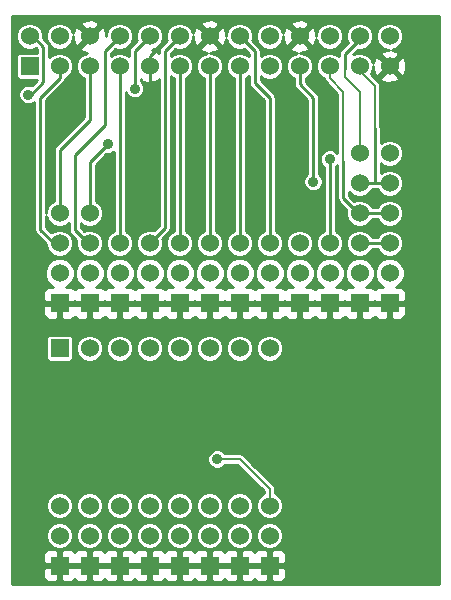
<source format=gbl>
G04 (created by PCBNEW (2013-07-07 BZR 4022)-stable) date 11/27/2014 11:53:55 AM*
%MOIN*%
G04 Gerber Fmt 3.4, Leading zero omitted, Abs format*
%FSLAX34Y34*%
G01*
G70*
G90*
G04 APERTURE LIST*
%ADD10C,0.00590551*%
%ADD11R,0.06X0.06*%
%ADD12C,0.06*%
%ADD13C,0.035*%
%ADD14C,0.01*%
%ADD15C,0.008*%
G04 APERTURE END LIST*
G54D10*
G54D11*
X750Y-1850D03*
G54D12*
X750Y-850D03*
X1750Y-1850D03*
X1750Y-850D03*
X2750Y-1850D03*
X2750Y-850D03*
X3750Y-1850D03*
X3750Y-850D03*
X4750Y-1850D03*
X4750Y-850D03*
X5750Y-1850D03*
X5750Y-850D03*
X6750Y-1850D03*
X6750Y-850D03*
X7750Y-1850D03*
X7750Y-850D03*
X8750Y-1850D03*
X8750Y-850D03*
X9750Y-1850D03*
X9750Y-850D03*
X10750Y-1850D03*
X10750Y-850D03*
X11750Y-1850D03*
X11750Y-850D03*
X12750Y-1850D03*
X12750Y-850D03*
G54D11*
X3750Y-9750D03*
G54D12*
X3750Y-8750D03*
X3750Y-7750D03*
G54D11*
X6750Y-9750D03*
G54D12*
X6750Y-8750D03*
X6750Y-7750D03*
G54D11*
X7750Y-9750D03*
G54D12*
X7750Y-8750D03*
X7750Y-7750D03*
G54D11*
X5750Y-9750D03*
G54D12*
X5750Y-8750D03*
X5750Y-7750D03*
G54D11*
X8750Y-9750D03*
G54D12*
X8750Y-8750D03*
X8750Y-7750D03*
G54D11*
X9750Y-9750D03*
G54D12*
X9750Y-8750D03*
X9750Y-7750D03*
G54D11*
X10750Y-9750D03*
G54D12*
X10750Y-8750D03*
X10750Y-7750D03*
G54D11*
X4750Y-9750D03*
G54D12*
X4750Y-8750D03*
X4750Y-7750D03*
G54D11*
X11750Y-9750D03*
G54D12*
X11750Y-8750D03*
X11750Y-7750D03*
X11750Y-6750D03*
X11750Y-5750D03*
X11750Y-4750D03*
G54D11*
X12750Y-9750D03*
G54D12*
X12750Y-8750D03*
X12750Y-7750D03*
X12750Y-6750D03*
X12750Y-5750D03*
X12750Y-4750D03*
G54D11*
X1750Y-9750D03*
G54D12*
X1750Y-8750D03*
X1750Y-7750D03*
X1750Y-6750D03*
G54D11*
X2750Y-9750D03*
G54D12*
X2750Y-8750D03*
X2750Y-7750D03*
X2750Y-6750D03*
X6750Y-11250D03*
X5750Y-11250D03*
G54D11*
X1750Y-11250D03*
G54D12*
X2750Y-11250D03*
X3750Y-11250D03*
X4750Y-11250D03*
X7750Y-11250D03*
X8750Y-11250D03*
G54D11*
X8750Y-18500D03*
G54D12*
X8750Y-17500D03*
X8750Y-16500D03*
G54D11*
X7750Y-18500D03*
G54D12*
X7750Y-17500D03*
X7750Y-16500D03*
G54D11*
X6750Y-18500D03*
G54D12*
X6750Y-17500D03*
X6750Y-16500D03*
G54D11*
X5750Y-18500D03*
G54D12*
X5750Y-17500D03*
X5750Y-16500D03*
G54D11*
X4750Y-18500D03*
G54D12*
X4750Y-17500D03*
X4750Y-16500D03*
G54D11*
X3750Y-18500D03*
G54D12*
X3750Y-17500D03*
X3750Y-16500D03*
G54D11*
X2750Y-18500D03*
G54D12*
X2750Y-17500D03*
X2750Y-16500D03*
G54D11*
X1750Y-18500D03*
G54D12*
X1750Y-17500D03*
X1750Y-16500D03*
G54D13*
X10750Y-4950D03*
X4250Y-2600D03*
X3350Y-4450D03*
X10200Y-5700D03*
X3750Y-14850D03*
X700Y-2800D03*
X7000Y-14950D03*
G54D14*
X5750Y-7750D02*
X5750Y-1850D01*
X5250Y-1350D02*
X5250Y-7250D01*
X5250Y-7250D02*
X4750Y-7750D01*
X5250Y-1350D02*
X5750Y-850D01*
X7750Y-7750D02*
X7750Y-1850D01*
X8750Y-7750D02*
X8750Y-2900D01*
X8250Y-1350D02*
X7750Y-850D01*
X8250Y-2400D02*
X8250Y-1350D01*
X8750Y-2900D02*
X8250Y-2400D01*
X10750Y-4950D02*
X10750Y-7750D01*
X6750Y-7750D02*
X6750Y-1850D01*
X3750Y-1850D02*
X3750Y-7750D01*
X4250Y-2600D02*
X4250Y-1350D01*
X4250Y-1350D02*
X4750Y-850D01*
X2750Y-6750D02*
X2750Y-5050D01*
X2750Y-5050D02*
X3350Y-4450D01*
X1750Y-6750D02*
X1750Y-4647D01*
X2750Y-3647D02*
X2750Y-1850D01*
X1750Y-4647D02*
X2750Y-3647D01*
X1750Y-7750D02*
X1550Y-7750D01*
X1750Y-2250D02*
X1750Y-1850D01*
X1100Y-2900D02*
X1750Y-2250D01*
X1100Y-7300D02*
X1100Y-2900D01*
X1550Y-7750D02*
X1100Y-7300D01*
G54D15*
X11250Y-1950D02*
X11250Y-2200D01*
X11750Y-2700D02*
X11750Y-4750D01*
X11250Y-2200D02*
X11750Y-2700D01*
G54D14*
X11750Y-850D02*
X11750Y-950D01*
X11250Y-1450D02*
X11250Y-1950D01*
X11750Y-950D02*
X11250Y-1450D01*
G54D15*
X11200Y-5000D02*
X11200Y-2700D01*
X10750Y-2250D02*
X10750Y-1850D01*
X11200Y-2700D02*
X10750Y-2250D01*
G54D14*
X12750Y-6750D02*
X11750Y-6750D01*
X11750Y-6750D02*
X11700Y-6750D01*
X11200Y-6250D02*
X11200Y-5000D01*
X11700Y-6750D02*
X11200Y-6250D01*
X9750Y-1850D02*
X9750Y-2450D01*
X10200Y-2900D02*
X10200Y-5700D01*
X9750Y-2450D02*
X10200Y-2900D01*
X12750Y-7750D02*
X11750Y-7750D01*
G54D15*
X11750Y-1850D02*
X11750Y-2000D01*
X12250Y-2500D02*
X12250Y-3900D01*
X11750Y-2000D02*
X12250Y-2500D01*
G54D14*
X12250Y-5750D02*
X12250Y-3900D01*
X11750Y-5750D02*
X12250Y-5750D01*
X12250Y-5750D02*
X12750Y-5750D01*
X2750Y-7750D02*
X2700Y-7750D01*
X3250Y-1350D02*
X3750Y-850D01*
X3250Y-3800D02*
X3250Y-1350D01*
X2250Y-4800D02*
X3250Y-3800D01*
X2250Y-7300D02*
X2250Y-4800D01*
X2700Y-7750D02*
X2250Y-7300D01*
X4750Y-1850D02*
X4750Y-2750D01*
X4750Y-2750D02*
X4850Y-2850D01*
X4750Y-1850D02*
X4750Y-1500D01*
X4750Y-1500D02*
X4950Y-1300D01*
X750Y-850D02*
X850Y-850D01*
X800Y-2800D02*
X700Y-2800D01*
X1208Y-2391D02*
X800Y-2800D01*
X1208Y-1208D02*
X1208Y-2391D01*
X850Y-850D02*
X1208Y-1208D01*
G54D15*
X8750Y-16500D02*
X8750Y-15950D01*
X7750Y-14950D02*
X7000Y-14950D01*
X8750Y-15950D02*
X7750Y-14950D01*
G54D10*
G36*
X4826Y-1855D02*
X4755Y-1926D01*
X4750Y-1920D01*
X4744Y-1926D01*
X4673Y-1855D01*
X4679Y-1850D01*
X4673Y-1844D01*
X4744Y-1773D01*
X4750Y-1779D01*
X4755Y-1773D01*
X4826Y-1844D01*
X4820Y-1850D01*
X4826Y-1855D01*
X4826Y-1855D01*
G37*
G54D14*
X4826Y-1855D02*
X4755Y-1926D01*
X4750Y-1920D01*
X4744Y-1926D01*
X4673Y-1855D01*
X4679Y-1850D01*
X4673Y-1844D01*
X4744Y-1773D01*
X4750Y-1779D01*
X4755Y-1773D01*
X4826Y-1844D01*
X4820Y-1850D01*
X4826Y-1855D01*
G54D10*
G36*
X14397Y-19121D02*
X13304Y-19121D01*
X13304Y-1931D01*
X13293Y-1713D01*
X13231Y-1562D01*
X13200Y-1553D01*
X13200Y-760D01*
X13131Y-595D01*
X13005Y-468D01*
X12839Y-400D01*
X12660Y-399D01*
X12495Y-468D01*
X12368Y-594D01*
X12300Y-760D01*
X12299Y-939D01*
X12368Y-1104D01*
X12494Y-1231D01*
X12660Y-1299D01*
X12736Y-1299D01*
X12613Y-1306D01*
X12462Y-1368D01*
X12434Y-1464D01*
X12750Y-1779D01*
X13065Y-1464D01*
X13037Y-1368D01*
X12842Y-1298D01*
X13004Y-1231D01*
X13131Y-1105D01*
X13199Y-939D01*
X13200Y-760D01*
X13200Y-1553D01*
X13135Y-1534D01*
X12820Y-1850D01*
X13135Y-2165D01*
X13231Y-2137D01*
X13304Y-1931D01*
X13304Y-19121D01*
X13300Y-19121D01*
X13300Y-10099D01*
X13300Y-9400D01*
X13262Y-9308D01*
X13191Y-9238D01*
X13099Y-9200D01*
X13000Y-9199D01*
X12970Y-9199D01*
X13032Y-9174D01*
X13173Y-9033D01*
X13249Y-8849D01*
X13250Y-8650D01*
X13200Y-8529D01*
X13200Y-7660D01*
X13200Y-6660D01*
X13131Y-6495D01*
X13005Y-6368D01*
X12839Y-6300D01*
X12660Y-6299D01*
X12495Y-6368D01*
X12368Y-6494D01*
X12345Y-6550D01*
X12154Y-6550D01*
X12131Y-6495D01*
X12005Y-6368D01*
X11839Y-6300D01*
X11660Y-6299D01*
X11570Y-6337D01*
X11400Y-6167D01*
X11400Y-6036D01*
X11494Y-6131D01*
X11660Y-6199D01*
X11839Y-6200D01*
X12004Y-6131D01*
X12131Y-6005D01*
X12154Y-5950D01*
X12250Y-5950D01*
X12345Y-5950D01*
X12368Y-6004D01*
X12494Y-6131D01*
X12660Y-6199D01*
X12839Y-6200D01*
X13004Y-6131D01*
X13131Y-6005D01*
X13199Y-5839D01*
X13200Y-5660D01*
X13131Y-5495D01*
X13005Y-5368D01*
X12839Y-5300D01*
X12660Y-5299D01*
X12495Y-5368D01*
X12450Y-5413D01*
X12450Y-5086D01*
X12494Y-5131D01*
X12660Y-5199D01*
X12839Y-5200D01*
X13004Y-5131D01*
X13131Y-5005D01*
X13199Y-4839D01*
X13200Y-4660D01*
X13131Y-4495D01*
X13065Y-4428D01*
X13065Y-2235D01*
X12750Y-1920D01*
X12434Y-2235D01*
X12462Y-2331D01*
X12668Y-2404D01*
X12886Y-2393D01*
X13037Y-2331D01*
X13065Y-2235D01*
X13065Y-4428D01*
X13005Y-4368D01*
X12839Y-4300D01*
X12660Y-4299D01*
X12495Y-4368D01*
X12450Y-4413D01*
X12450Y-3900D01*
X12440Y-3849D01*
X12440Y-2500D01*
X12425Y-2427D01*
X12384Y-2365D01*
X12127Y-2108D01*
X12131Y-2105D01*
X12199Y-1939D01*
X12199Y-1863D01*
X12206Y-1986D01*
X12268Y-2137D01*
X12364Y-2165D01*
X12679Y-1850D01*
X12364Y-1534D01*
X12268Y-1562D01*
X12198Y-1757D01*
X12131Y-1595D01*
X12005Y-1468D01*
X11839Y-1400D01*
X11660Y-1399D01*
X11528Y-1454D01*
X11682Y-1299D01*
X11839Y-1300D01*
X12004Y-1231D01*
X12131Y-1105D01*
X12199Y-939D01*
X12200Y-760D01*
X12131Y-595D01*
X12005Y-468D01*
X11839Y-400D01*
X11660Y-399D01*
X11495Y-468D01*
X11368Y-594D01*
X11300Y-760D01*
X11299Y-939D01*
X11352Y-1065D01*
X11200Y-1217D01*
X11200Y-760D01*
X11131Y-595D01*
X11005Y-468D01*
X10839Y-400D01*
X10660Y-399D01*
X10495Y-468D01*
X10368Y-594D01*
X10300Y-760D01*
X10300Y-836D01*
X10293Y-713D01*
X10231Y-562D01*
X10135Y-534D01*
X10065Y-605D01*
X10065Y-464D01*
X10037Y-368D01*
X9831Y-295D01*
X9613Y-306D01*
X9462Y-368D01*
X9434Y-464D01*
X9750Y-779D01*
X10065Y-464D01*
X10065Y-605D01*
X9820Y-850D01*
X10135Y-1165D01*
X10231Y-1137D01*
X10301Y-942D01*
X10368Y-1104D01*
X10494Y-1231D01*
X10660Y-1299D01*
X10839Y-1300D01*
X11004Y-1231D01*
X11131Y-1105D01*
X11199Y-939D01*
X11200Y-760D01*
X11200Y-1217D01*
X11108Y-1308D01*
X11065Y-1373D01*
X11050Y-1450D01*
X11050Y-1513D01*
X11005Y-1468D01*
X10839Y-1400D01*
X10660Y-1399D01*
X10495Y-1468D01*
X10368Y-1594D01*
X10300Y-1760D01*
X10299Y-1939D01*
X10368Y-2104D01*
X10494Y-2231D01*
X10561Y-2259D01*
X10574Y-2322D01*
X10615Y-2384D01*
X11010Y-2778D01*
X11010Y-4750D01*
X10934Y-4674D01*
X10814Y-4625D01*
X10685Y-4624D01*
X10566Y-4674D01*
X10474Y-4765D01*
X10425Y-4885D01*
X10424Y-5014D01*
X10474Y-5133D01*
X10550Y-5209D01*
X10550Y-7345D01*
X10525Y-7356D01*
X10525Y-5635D01*
X10475Y-5516D01*
X10400Y-5440D01*
X10400Y-2900D01*
X10384Y-2823D01*
X10384Y-2823D01*
X10341Y-2758D01*
X9950Y-2367D01*
X9950Y-2254D01*
X10004Y-2231D01*
X10131Y-2105D01*
X10199Y-1939D01*
X10200Y-1760D01*
X10131Y-1595D01*
X10005Y-1468D01*
X9839Y-1400D01*
X9763Y-1400D01*
X9886Y-1393D01*
X10037Y-1331D01*
X10065Y-1235D01*
X9750Y-920D01*
X9679Y-991D01*
X9679Y-850D01*
X9364Y-534D01*
X9268Y-562D01*
X9198Y-757D01*
X9131Y-595D01*
X9005Y-468D01*
X8839Y-400D01*
X8660Y-399D01*
X8495Y-468D01*
X8368Y-594D01*
X8300Y-760D01*
X8299Y-939D01*
X8368Y-1104D01*
X8494Y-1231D01*
X8660Y-1299D01*
X8839Y-1300D01*
X9004Y-1231D01*
X9131Y-1105D01*
X9199Y-939D01*
X9199Y-863D01*
X9206Y-986D01*
X9268Y-1137D01*
X9364Y-1165D01*
X9679Y-850D01*
X9679Y-991D01*
X9434Y-1235D01*
X9462Y-1331D01*
X9657Y-1401D01*
X9495Y-1468D01*
X9368Y-1594D01*
X9300Y-1760D01*
X9299Y-1939D01*
X9368Y-2104D01*
X9494Y-2231D01*
X9550Y-2254D01*
X9550Y-2450D01*
X9565Y-2526D01*
X9608Y-2591D01*
X10000Y-2982D01*
X10000Y-5440D01*
X9924Y-5515D01*
X9875Y-5635D01*
X9874Y-5764D01*
X9924Y-5883D01*
X10015Y-5975D01*
X10135Y-6024D01*
X10264Y-6025D01*
X10383Y-5975D01*
X10475Y-5884D01*
X10524Y-5764D01*
X10525Y-5635D01*
X10525Y-7356D01*
X10495Y-7368D01*
X10368Y-7494D01*
X10300Y-7660D01*
X10299Y-7839D01*
X10368Y-8004D01*
X10494Y-8131D01*
X10660Y-8199D01*
X10839Y-8200D01*
X11004Y-8131D01*
X11131Y-8005D01*
X11199Y-7839D01*
X11200Y-7660D01*
X11131Y-7495D01*
X11005Y-7368D01*
X10950Y-7345D01*
X10950Y-5209D01*
X11000Y-5159D01*
X11000Y-6250D01*
X11015Y-6326D01*
X11058Y-6391D01*
X11308Y-6640D01*
X11300Y-6660D01*
X11299Y-6839D01*
X11368Y-7004D01*
X11494Y-7131D01*
X11660Y-7199D01*
X11839Y-7200D01*
X12004Y-7131D01*
X12131Y-7005D01*
X12154Y-6950D01*
X12345Y-6950D01*
X12368Y-7004D01*
X12494Y-7131D01*
X12660Y-7199D01*
X12839Y-7200D01*
X13004Y-7131D01*
X13131Y-7005D01*
X13199Y-6839D01*
X13200Y-6660D01*
X13200Y-7660D01*
X13131Y-7495D01*
X13005Y-7368D01*
X12839Y-7300D01*
X12660Y-7299D01*
X12495Y-7368D01*
X12368Y-7494D01*
X12345Y-7550D01*
X12154Y-7550D01*
X12131Y-7495D01*
X12005Y-7368D01*
X11839Y-7300D01*
X11660Y-7299D01*
X11495Y-7368D01*
X11368Y-7494D01*
X11300Y-7660D01*
X11299Y-7839D01*
X11368Y-8004D01*
X11494Y-8131D01*
X11660Y-8199D01*
X11839Y-8200D01*
X12004Y-8131D01*
X12131Y-8005D01*
X12154Y-7950D01*
X12345Y-7950D01*
X12368Y-8004D01*
X12494Y-8131D01*
X12660Y-8199D01*
X12839Y-8200D01*
X13004Y-8131D01*
X13131Y-8005D01*
X13199Y-7839D01*
X13200Y-7660D01*
X13200Y-8529D01*
X13174Y-8467D01*
X13033Y-8326D01*
X12849Y-8250D01*
X12650Y-8249D01*
X12467Y-8325D01*
X12326Y-8466D01*
X12250Y-8650D01*
X12249Y-8849D01*
X12325Y-9032D01*
X12466Y-9173D01*
X12529Y-9199D01*
X12499Y-9199D01*
X12400Y-9200D01*
X12308Y-9238D01*
X12250Y-9296D01*
X12191Y-9238D01*
X12099Y-9200D01*
X12000Y-9199D01*
X11970Y-9199D01*
X12032Y-9174D01*
X12173Y-9033D01*
X12249Y-8849D01*
X12250Y-8650D01*
X12174Y-8467D01*
X12033Y-8326D01*
X11849Y-8250D01*
X11650Y-8249D01*
X11467Y-8325D01*
X11326Y-8466D01*
X11250Y-8650D01*
X11249Y-8849D01*
X11325Y-9032D01*
X11466Y-9173D01*
X11529Y-9199D01*
X11499Y-9199D01*
X11400Y-9200D01*
X11308Y-9238D01*
X11250Y-9296D01*
X11191Y-9238D01*
X11099Y-9200D01*
X11000Y-9199D01*
X10970Y-9199D01*
X11032Y-9174D01*
X11173Y-9033D01*
X11249Y-8849D01*
X11250Y-8650D01*
X11174Y-8467D01*
X11033Y-8326D01*
X10849Y-8250D01*
X10650Y-8249D01*
X10467Y-8325D01*
X10326Y-8466D01*
X10250Y-8650D01*
X10249Y-8849D01*
X10325Y-9032D01*
X10466Y-9173D01*
X10529Y-9199D01*
X10499Y-9199D01*
X10400Y-9200D01*
X10308Y-9238D01*
X10250Y-9296D01*
X10191Y-9238D01*
X10099Y-9200D01*
X10000Y-9199D01*
X9970Y-9199D01*
X10032Y-9174D01*
X10173Y-9033D01*
X10249Y-8849D01*
X10250Y-8650D01*
X10200Y-8529D01*
X10200Y-7660D01*
X10131Y-7495D01*
X10005Y-7368D01*
X9839Y-7300D01*
X9660Y-7299D01*
X9495Y-7368D01*
X9368Y-7494D01*
X9300Y-7660D01*
X9299Y-7839D01*
X9368Y-8004D01*
X9494Y-8131D01*
X9660Y-8199D01*
X9839Y-8200D01*
X10004Y-8131D01*
X10131Y-8005D01*
X10199Y-7839D01*
X10200Y-7660D01*
X10200Y-8529D01*
X10174Y-8467D01*
X10033Y-8326D01*
X9849Y-8250D01*
X9650Y-8249D01*
X9467Y-8325D01*
X9326Y-8466D01*
X9250Y-8650D01*
X9249Y-8849D01*
X9325Y-9032D01*
X9466Y-9173D01*
X9529Y-9199D01*
X9499Y-9199D01*
X9400Y-9200D01*
X9308Y-9238D01*
X9250Y-9296D01*
X9191Y-9238D01*
X9099Y-9200D01*
X9000Y-9199D01*
X8970Y-9199D01*
X9032Y-9174D01*
X9173Y-9033D01*
X9249Y-8849D01*
X9250Y-8650D01*
X9200Y-8529D01*
X9200Y-7660D01*
X9131Y-7495D01*
X9005Y-7368D01*
X8950Y-7345D01*
X8950Y-2900D01*
X8937Y-2836D01*
X8934Y-2823D01*
X8934Y-2823D01*
X8891Y-2758D01*
X8450Y-2317D01*
X8450Y-2186D01*
X8494Y-2231D01*
X8660Y-2299D01*
X8839Y-2300D01*
X9004Y-2231D01*
X9131Y-2105D01*
X9199Y-1939D01*
X9200Y-1760D01*
X9131Y-1595D01*
X9005Y-1468D01*
X8839Y-1400D01*
X8660Y-1399D01*
X8495Y-1468D01*
X8450Y-1513D01*
X8450Y-1350D01*
X8437Y-1286D01*
X8434Y-1273D01*
X8434Y-1273D01*
X8391Y-1208D01*
X8177Y-994D01*
X8199Y-939D01*
X8200Y-760D01*
X8131Y-595D01*
X8005Y-468D01*
X7839Y-400D01*
X7660Y-399D01*
X7495Y-468D01*
X7368Y-594D01*
X7300Y-760D01*
X7300Y-836D01*
X7293Y-713D01*
X7231Y-562D01*
X7135Y-534D01*
X7065Y-605D01*
X7065Y-464D01*
X7037Y-368D01*
X6831Y-295D01*
X6613Y-306D01*
X6462Y-368D01*
X6434Y-464D01*
X6750Y-779D01*
X7065Y-464D01*
X7065Y-605D01*
X6820Y-850D01*
X7135Y-1165D01*
X7231Y-1137D01*
X7301Y-942D01*
X7368Y-1104D01*
X7494Y-1231D01*
X7660Y-1299D01*
X7839Y-1300D01*
X7894Y-1277D01*
X8050Y-1432D01*
X8050Y-1513D01*
X8005Y-1468D01*
X7839Y-1400D01*
X7660Y-1399D01*
X7495Y-1468D01*
X7368Y-1594D01*
X7300Y-1760D01*
X7299Y-1939D01*
X7368Y-2104D01*
X7494Y-2231D01*
X7550Y-2254D01*
X7550Y-7345D01*
X7495Y-7368D01*
X7368Y-7494D01*
X7300Y-7660D01*
X7299Y-7839D01*
X7368Y-8004D01*
X7494Y-8131D01*
X7660Y-8199D01*
X7839Y-8200D01*
X8004Y-8131D01*
X8131Y-8005D01*
X8199Y-7839D01*
X8200Y-7660D01*
X8131Y-7495D01*
X8005Y-7368D01*
X7950Y-7345D01*
X7950Y-2254D01*
X8004Y-2231D01*
X8050Y-2186D01*
X8050Y-2400D01*
X8065Y-2476D01*
X8108Y-2541D01*
X8550Y-2982D01*
X8550Y-7345D01*
X8495Y-7368D01*
X8368Y-7494D01*
X8300Y-7660D01*
X8299Y-7839D01*
X8368Y-8004D01*
X8494Y-8131D01*
X8660Y-8199D01*
X8839Y-8200D01*
X9004Y-8131D01*
X9131Y-8005D01*
X9199Y-7839D01*
X9200Y-7660D01*
X9200Y-8529D01*
X9174Y-8467D01*
X9033Y-8326D01*
X8849Y-8250D01*
X8650Y-8249D01*
X8467Y-8325D01*
X8326Y-8466D01*
X8250Y-8650D01*
X8249Y-8849D01*
X8325Y-9032D01*
X8466Y-9173D01*
X8529Y-9199D01*
X8499Y-9199D01*
X8400Y-9200D01*
X8308Y-9238D01*
X8250Y-9296D01*
X8191Y-9238D01*
X8099Y-9200D01*
X8000Y-9199D01*
X7970Y-9199D01*
X8032Y-9174D01*
X8173Y-9033D01*
X8249Y-8849D01*
X8250Y-8650D01*
X8174Y-8467D01*
X8033Y-8326D01*
X7849Y-8250D01*
X7650Y-8249D01*
X7467Y-8325D01*
X7326Y-8466D01*
X7250Y-8650D01*
X7249Y-8849D01*
X7325Y-9032D01*
X7466Y-9173D01*
X7529Y-9199D01*
X7499Y-9199D01*
X7400Y-9200D01*
X7308Y-9238D01*
X7250Y-9296D01*
X7191Y-9238D01*
X7099Y-9200D01*
X7000Y-9199D01*
X6970Y-9199D01*
X7032Y-9174D01*
X7173Y-9033D01*
X7249Y-8849D01*
X7250Y-8650D01*
X7200Y-8529D01*
X7200Y-7660D01*
X7131Y-7495D01*
X7005Y-7368D01*
X6950Y-7345D01*
X6950Y-2254D01*
X7004Y-2231D01*
X7131Y-2105D01*
X7199Y-1939D01*
X7200Y-1760D01*
X7131Y-1595D01*
X7005Y-1468D01*
X6839Y-1400D01*
X6763Y-1400D01*
X6886Y-1393D01*
X7037Y-1331D01*
X7065Y-1235D01*
X6750Y-920D01*
X6679Y-991D01*
X6679Y-850D01*
X6364Y-534D01*
X6268Y-562D01*
X6198Y-757D01*
X6131Y-595D01*
X6005Y-468D01*
X5839Y-400D01*
X5660Y-399D01*
X5495Y-468D01*
X5368Y-594D01*
X5300Y-760D01*
X5299Y-939D01*
X5322Y-994D01*
X5108Y-1208D01*
X5065Y-1273D01*
X5050Y-1350D01*
X5050Y-1411D01*
X5037Y-1368D01*
X4842Y-1298D01*
X5004Y-1231D01*
X5131Y-1105D01*
X5199Y-939D01*
X5200Y-760D01*
X5131Y-595D01*
X5005Y-468D01*
X4839Y-400D01*
X4660Y-399D01*
X4495Y-468D01*
X4368Y-594D01*
X4300Y-760D01*
X4299Y-939D01*
X4322Y-994D01*
X4108Y-1208D01*
X4065Y-1273D01*
X4050Y-1350D01*
X4050Y-1513D01*
X4005Y-1468D01*
X3839Y-1400D01*
X3660Y-1399D01*
X3495Y-1468D01*
X3450Y-1513D01*
X3450Y-1432D01*
X3605Y-1277D01*
X3660Y-1299D01*
X3839Y-1300D01*
X4004Y-1231D01*
X4131Y-1105D01*
X4199Y-939D01*
X4200Y-760D01*
X4131Y-595D01*
X4005Y-468D01*
X3839Y-400D01*
X3660Y-399D01*
X3495Y-468D01*
X3368Y-594D01*
X3300Y-760D01*
X3300Y-836D01*
X3293Y-713D01*
X3231Y-562D01*
X3135Y-534D01*
X3065Y-605D01*
X3065Y-464D01*
X3037Y-368D01*
X2831Y-295D01*
X2613Y-306D01*
X2462Y-368D01*
X2434Y-464D01*
X2750Y-779D01*
X3065Y-464D01*
X3065Y-605D01*
X2820Y-850D01*
X2826Y-855D01*
X2755Y-926D01*
X2750Y-920D01*
X2434Y-1235D01*
X2462Y-1331D01*
X2657Y-1401D01*
X2495Y-1468D01*
X2368Y-1594D01*
X2300Y-1760D01*
X2299Y-1939D01*
X2368Y-2104D01*
X2494Y-2231D01*
X2550Y-2254D01*
X2550Y-3564D01*
X1608Y-4506D01*
X1565Y-4571D01*
X1550Y-4647D01*
X1550Y-6345D01*
X1495Y-6368D01*
X1368Y-6494D01*
X1300Y-6660D01*
X1300Y-6750D01*
X1300Y-2982D01*
X1891Y-2391D01*
X1891Y-2391D01*
X1920Y-2348D01*
X1934Y-2326D01*
X1934Y-2326D01*
X1949Y-2254D01*
X2004Y-2231D01*
X2131Y-2105D01*
X2199Y-1939D01*
X2200Y-1760D01*
X2131Y-1595D01*
X2005Y-1468D01*
X1839Y-1400D01*
X1660Y-1399D01*
X1495Y-1468D01*
X1408Y-1554D01*
X1408Y-1208D01*
X1408Y-1208D01*
X1393Y-1132D01*
X1393Y-1132D01*
X1388Y-1124D01*
X1494Y-1231D01*
X1660Y-1299D01*
X1839Y-1300D01*
X2004Y-1231D01*
X2131Y-1105D01*
X2199Y-939D01*
X2199Y-863D01*
X2206Y-986D01*
X2268Y-1137D01*
X2364Y-1165D01*
X2679Y-850D01*
X2364Y-534D01*
X2268Y-562D01*
X2198Y-757D01*
X2131Y-595D01*
X2005Y-468D01*
X1839Y-400D01*
X1660Y-399D01*
X1495Y-468D01*
X1368Y-594D01*
X1300Y-760D01*
X1299Y-939D01*
X1357Y-1078D01*
X1349Y-1067D01*
X1349Y-1067D01*
X1199Y-917D01*
X1200Y-760D01*
X1131Y-595D01*
X1005Y-468D01*
X839Y-400D01*
X660Y-399D01*
X495Y-468D01*
X368Y-594D01*
X300Y-760D01*
X299Y-939D01*
X368Y-1104D01*
X494Y-1231D01*
X660Y-1299D01*
X839Y-1300D01*
X965Y-1247D01*
X1008Y-1291D01*
X1008Y-1399D01*
X420Y-1399D01*
X365Y-1422D01*
X322Y-1464D01*
X300Y-1520D01*
X299Y-1579D01*
X299Y-2179D01*
X322Y-2234D01*
X364Y-2277D01*
X420Y-2299D01*
X479Y-2300D01*
X1008Y-2300D01*
X1008Y-2308D01*
X819Y-2497D01*
X764Y-2475D01*
X635Y-2474D01*
X516Y-2524D01*
X424Y-2615D01*
X375Y-2735D01*
X374Y-2864D01*
X424Y-2983D01*
X515Y-3075D01*
X635Y-3124D01*
X764Y-3125D01*
X883Y-3075D01*
X900Y-3059D01*
X900Y-7300D01*
X915Y-7376D01*
X958Y-7441D01*
X1299Y-7782D01*
X1299Y-7839D01*
X1368Y-8004D01*
X1494Y-8131D01*
X1660Y-8199D01*
X1839Y-8200D01*
X2004Y-8131D01*
X2131Y-8005D01*
X2199Y-7839D01*
X2200Y-7660D01*
X2131Y-7495D01*
X2005Y-7368D01*
X1839Y-7300D01*
X1660Y-7299D01*
X1495Y-7368D01*
X1473Y-7390D01*
X1300Y-7217D01*
X1300Y-6839D01*
X1368Y-7004D01*
X1494Y-7131D01*
X1660Y-7199D01*
X1839Y-7200D01*
X2004Y-7131D01*
X2050Y-7086D01*
X2050Y-7300D01*
X2065Y-7376D01*
X2108Y-7441D01*
X2308Y-7640D01*
X2300Y-7660D01*
X2299Y-7839D01*
X2368Y-8004D01*
X2494Y-8131D01*
X2660Y-8199D01*
X2839Y-8200D01*
X3004Y-8131D01*
X3131Y-8005D01*
X3199Y-7839D01*
X3200Y-7660D01*
X3131Y-7495D01*
X3005Y-7368D01*
X2839Y-7300D01*
X2660Y-7299D01*
X2570Y-7337D01*
X2450Y-7217D01*
X2450Y-7086D01*
X2494Y-7131D01*
X2660Y-7199D01*
X2839Y-7200D01*
X3004Y-7131D01*
X3131Y-7005D01*
X3199Y-6839D01*
X3200Y-6660D01*
X3131Y-6495D01*
X3005Y-6368D01*
X2950Y-6345D01*
X2950Y-5132D01*
X3307Y-4774D01*
X3414Y-4775D01*
X3533Y-4725D01*
X3550Y-4709D01*
X3550Y-7345D01*
X3495Y-7368D01*
X3368Y-7494D01*
X3300Y-7660D01*
X3299Y-7839D01*
X3368Y-8004D01*
X3494Y-8131D01*
X3660Y-8199D01*
X3839Y-8200D01*
X4004Y-8131D01*
X4131Y-8005D01*
X4199Y-7839D01*
X4200Y-7660D01*
X4131Y-7495D01*
X4005Y-7368D01*
X3950Y-7345D01*
X3950Y-2725D01*
X3974Y-2783D01*
X4065Y-2875D01*
X4185Y-2924D01*
X4314Y-2925D01*
X4433Y-2875D01*
X4525Y-2784D01*
X4574Y-2664D01*
X4575Y-2535D01*
X4525Y-2416D01*
X4450Y-2340D01*
X4450Y-2288D01*
X4462Y-2331D01*
X4668Y-2404D01*
X4886Y-2393D01*
X5037Y-2331D01*
X5050Y-2288D01*
X5050Y-7167D01*
X4894Y-7322D01*
X4839Y-7300D01*
X4660Y-7299D01*
X4495Y-7368D01*
X4368Y-7494D01*
X4300Y-7660D01*
X4299Y-7839D01*
X4368Y-8004D01*
X4494Y-8131D01*
X4660Y-8199D01*
X4839Y-8200D01*
X5004Y-8131D01*
X5131Y-8005D01*
X5199Y-7839D01*
X5200Y-7660D01*
X5177Y-7605D01*
X5391Y-7391D01*
X5434Y-7326D01*
X5434Y-7326D01*
X5437Y-7313D01*
X5449Y-7250D01*
X5450Y-7250D01*
X5450Y-2186D01*
X5494Y-2231D01*
X5550Y-2254D01*
X5550Y-7345D01*
X5495Y-7368D01*
X5368Y-7494D01*
X5300Y-7660D01*
X5299Y-7839D01*
X5368Y-8004D01*
X5494Y-8131D01*
X5660Y-8199D01*
X5839Y-8200D01*
X6004Y-8131D01*
X6131Y-8005D01*
X6199Y-7839D01*
X6200Y-7660D01*
X6131Y-7495D01*
X6005Y-7368D01*
X5950Y-7345D01*
X5950Y-2254D01*
X6004Y-2231D01*
X6131Y-2105D01*
X6199Y-1939D01*
X6200Y-1760D01*
X6131Y-1595D01*
X6005Y-1468D01*
X5839Y-1400D01*
X5660Y-1399D01*
X5495Y-1468D01*
X5450Y-1513D01*
X5450Y-1432D01*
X5605Y-1277D01*
X5660Y-1299D01*
X5839Y-1300D01*
X6004Y-1231D01*
X6131Y-1105D01*
X6199Y-939D01*
X6199Y-863D01*
X6206Y-986D01*
X6268Y-1137D01*
X6364Y-1165D01*
X6679Y-850D01*
X6679Y-991D01*
X6434Y-1235D01*
X6462Y-1331D01*
X6657Y-1401D01*
X6495Y-1468D01*
X6368Y-1594D01*
X6300Y-1760D01*
X6299Y-1939D01*
X6368Y-2104D01*
X6494Y-2231D01*
X6550Y-2254D01*
X6550Y-7345D01*
X6495Y-7368D01*
X6368Y-7494D01*
X6300Y-7660D01*
X6299Y-7839D01*
X6368Y-8004D01*
X6494Y-8131D01*
X6660Y-8199D01*
X6839Y-8200D01*
X7004Y-8131D01*
X7131Y-8005D01*
X7199Y-7839D01*
X7200Y-7660D01*
X7200Y-8529D01*
X7174Y-8467D01*
X7033Y-8326D01*
X6849Y-8250D01*
X6650Y-8249D01*
X6467Y-8325D01*
X6326Y-8466D01*
X6250Y-8650D01*
X6249Y-8849D01*
X6325Y-9032D01*
X6466Y-9173D01*
X6529Y-9199D01*
X6499Y-9199D01*
X6400Y-9200D01*
X6308Y-9238D01*
X6250Y-9296D01*
X6191Y-9238D01*
X6099Y-9200D01*
X6000Y-9199D01*
X5970Y-9199D01*
X6032Y-9174D01*
X6173Y-9033D01*
X6249Y-8849D01*
X6250Y-8650D01*
X6174Y-8467D01*
X6033Y-8326D01*
X5849Y-8250D01*
X5650Y-8249D01*
X5467Y-8325D01*
X5326Y-8466D01*
X5250Y-8650D01*
X5249Y-8849D01*
X5325Y-9032D01*
X5466Y-9173D01*
X5529Y-9199D01*
X5499Y-9199D01*
X5400Y-9200D01*
X5308Y-9238D01*
X5250Y-9296D01*
X5191Y-9238D01*
X5099Y-9200D01*
X5000Y-9199D01*
X4970Y-9199D01*
X5032Y-9174D01*
X5173Y-9033D01*
X5249Y-8849D01*
X5250Y-8650D01*
X5174Y-8467D01*
X5033Y-8326D01*
X4849Y-8250D01*
X4650Y-8249D01*
X4467Y-8325D01*
X4326Y-8466D01*
X4250Y-8650D01*
X4249Y-8849D01*
X4325Y-9032D01*
X4466Y-9173D01*
X4529Y-9199D01*
X4499Y-9199D01*
X4400Y-9200D01*
X4308Y-9238D01*
X4250Y-9296D01*
X4191Y-9238D01*
X4099Y-9200D01*
X4000Y-9199D01*
X3970Y-9199D01*
X4032Y-9174D01*
X4173Y-9033D01*
X4249Y-8849D01*
X4250Y-8650D01*
X4174Y-8467D01*
X4033Y-8326D01*
X3849Y-8250D01*
X3650Y-8249D01*
X3467Y-8325D01*
X3326Y-8466D01*
X3250Y-8650D01*
X3249Y-8849D01*
X3325Y-9032D01*
X3466Y-9173D01*
X3529Y-9199D01*
X3499Y-9199D01*
X3400Y-9200D01*
X3308Y-9238D01*
X3250Y-9296D01*
X3191Y-9238D01*
X3099Y-9200D01*
X3000Y-9199D01*
X2970Y-9199D01*
X3032Y-9174D01*
X3173Y-9033D01*
X3249Y-8849D01*
X3250Y-8650D01*
X3174Y-8467D01*
X3033Y-8326D01*
X2849Y-8250D01*
X2650Y-8249D01*
X2467Y-8325D01*
X2326Y-8466D01*
X2250Y-8650D01*
X2249Y-8849D01*
X2325Y-9032D01*
X2466Y-9173D01*
X2529Y-9199D01*
X2499Y-9199D01*
X2400Y-9200D01*
X2308Y-9238D01*
X2250Y-9296D01*
X2191Y-9237D01*
X2099Y-9199D01*
X1970Y-9199D01*
X2032Y-9174D01*
X2173Y-9033D01*
X2249Y-8849D01*
X2250Y-8650D01*
X2174Y-8467D01*
X2033Y-8326D01*
X1849Y-8250D01*
X1650Y-8249D01*
X1467Y-8325D01*
X1326Y-8466D01*
X1250Y-8650D01*
X1249Y-8849D01*
X1325Y-9032D01*
X1466Y-9173D01*
X1529Y-9199D01*
X1400Y-9199D01*
X1308Y-9237D01*
X1238Y-9308D01*
X1200Y-9400D01*
X1199Y-9499D01*
X1200Y-9637D01*
X1262Y-9700D01*
X1700Y-9700D01*
X1700Y-9692D01*
X1800Y-9692D01*
X1800Y-9700D01*
X2237Y-9700D01*
X2250Y-9687D01*
X2262Y-9700D01*
X2700Y-9700D01*
X2700Y-9692D01*
X2800Y-9692D01*
X2800Y-9700D01*
X3237Y-9700D01*
X3250Y-9687D01*
X3262Y-9700D01*
X3700Y-9700D01*
X3700Y-9692D01*
X3800Y-9692D01*
X3800Y-9700D01*
X4237Y-9700D01*
X4250Y-9687D01*
X4262Y-9700D01*
X4700Y-9700D01*
X4700Y-9692D01*
X4800Y-9692D01*
X4800Y-9700D01*
X5237Y-9700D01*
X5250Y-9687D01*
X5262Y-9700D01*
X5700Y-9700D01*
X5700Y-9692D01*
X5800Y-9692D01*
X5800Y-9700D01*
X6237Y-9700D01*
X6250Y-9687D01*
X6262Y-9700D01*
X6700Y-9700D01*
X6700Y-9692D01*
X6800Y-9692D01*
X6800Y-9700D01*
X7237Y-9700D01*
X7250Y-9687D01*
X7262Y-9700D01*
X7700Y-9700D01*
X7700Y-9692D01*
X7800Y-9692D01*
X7800Y-9700D01*
X8237Y-9700D01*
X8250Y-9687D01*
X8262Y-9700D01*
X8700Y-9700D01*
X8700Y-9692D01*
X8800Y-9692D01*
X8800Y-9700D01*
X9237Y-9700D01*
X9250Y-9687D01*
X9262Y-9700D01*
X9700Y-9700D01*
X9700Y-9692D01*
X9800Y-9692D01*
X9800Y-9700D01*
X10237Y-9700D01*
X10250Y-9687D01*
X10262Y-9700D01*
X10700Y-9700D01*
X10700Y-9692D01*
X10800Y-9692D01*
X10800Y-9700D01*
X11237Y-9700D01*
X11250Y-9687D01*
X11262Y-9700D01*
X11700Y-9700D01*
X11700Y-9692D01*
X11800Y-9692D01*
X11800Y-9700D01*
X12237Y-9700D01*
X12250Y-9687D01*
X12262Y-9700D01*
X12700Y-9700D01*
X12700Y-9692D01*
X12800Y-9692D01*
X12800Y-9700D01*
X13237Y-9700D01*
X13300Y-9637D01*
X13300Y-9400D01*
X13300Y-10099D01*
X13300Y-9862D01*
X13237Y-9800D01*
X12800Y-9800D01*
X12800Y-10237D01*
X12862Y-10300D01*
X13000Y-10300D01*
X13099Y-10299D01*
X13191Y-10261D01*
X13262Y-10191D01*
X13300Y-10099D01*
X13300Y-19121D01*
X12700Y-19121D01*
X12700Y-10237D01*
X12700Y-9800D01*
X12262Y-9800D01*
X12250Y-9812D01*
X12237Y-9800D01*
X11800Y-9800D01*
X11800Y-10237D01*
X11862Y-10300D01*
X12000Y-10300D01*
X12099Y-10299D01*
X12191Y-10261D01*
X12250Y-10203D01*
X12308Y-10261D01*
X12400Y-10299D01*
X12499Y-10300D01*
X12637Y-10300D01*
X12700Y-10237D01*
X12700Y-19121D01*
X11700Y-19121D01*
X11700Y-10237D01*
X11700Y-9800D01*
X11262Y-9800D01*
X11250Y-9812D01*
X11237Y-9800D01*
X10800Y-9800D01*
X10800Y-10237D01*
X10862Y-10300D01*
X11000Y-10300D01*
X11099Y-10299D01*
X11191Y-10261D01*
X11250Y-10203D01*
X11308Y-10261D01*
X11400Y-10299D01*
X11499Y-10300D01*
X11637Y-10300D01*
X11700Y-10237D01*
X11700Y-19121D01*
X10700Y-19121D01*
X10700Y-10237D01*
X10700Y-9800D01*
X10262Y-9800D01*
X10250Y-9812D01*
X10237Y-9800D01*
X9800Y-9800D01*
X9800Y-10237D01*
X9862Y-10300D01*
X10000Y-10300D01*
X10099Y-10299D01*
X10191Y-10261D01*
X10250Y-10203D01*
X10308Y-10261D01*
X10400Y-10299D01*
X10499Y-10300D01*
X10637Y-10300D01*
X10700Y-10237D01*
X10700Y-19121D01*
X9700Y-19121D01*
X9700Y-10237D01*
X9700Y-9800D01*
X9262Y-9800D01*
X9250Y-9812D01*
X9237Y-9800D01*
X8800Y-9800D01*
X8800Y-10237D01*
X8862Y-10300D01*
X9000Y-10300D01*
X9099Y-10299D01*
X9191Y-10261D01*
X9250Y-10203D01*
X9308Y-10261D01*
X9400Y-10299D01*
X9499Y-10300D01*
X9637Y-10300D01*
X9700Y-10237D01*
X9700Y-19121D01*
X9300Y-19121D01*
X9300Y-18849D01*
X9300Y-18150D01*
X9262Y-18058D01*
X9200Y-17996D01*
X9200Y-17410D01*
X9200Y-16410D01*
X9200Y-11160D01*
X9131Y-10995D01*
X9005Y-10868D01*
X8839Y-10800D01*
X8700Y-10799D01*
X8700Y-10237D01*
X8700Y-9800D01*
X8262Y-9800D01*
X8250Y-9812D01*
X8237Y-9800D01*
X7800Y-9800D01*
X7800Y-10237D01*
X7862Y-10300D01*
X8000Y-10300D01*
X8099Y-10299D01*
X8191Y-10261D01*
X8250Y-10203D01*
X8308Y-10261D01*
X8400Y-10299D01*
X8499Y-10300D01*
X8637Y-10300D01*
X8700Y-10237D01*
X8700Y-10799D01*
X8660Y-10799D01*
X8495Y-10868D01*
X8368Y-10994D01*
X8300Y-11160D01*
X8299Y-11339D01*
X8368Y-11504D01*
X8494Y-11631D01*
X8660Y-11699D01*
X8839Y-11700D01*
X9004Y-11631D01*
X9131Y-11505D01*
X9199Y-11339D01*
X9200Y-11160D01*
X9200Y-16410D01*
X9131Y-16245D01*
X9005Y-16118D01*
X8940Y-16091D01*
X8940Y-15950D01*
X8925Y-15877D01*
X8884Y-15815D01*
X8884Y-15815D01*
X8200Y-15131D01*
X8200Y-11160D01*
X8131Y-10995D01*
X8005Y-10868D01*
X7839Y-10800D01*
X7700Y-10799D01*
X7700Y-10237D01*
X7700Y-9800D01*
X7262Y-9800D01*
X7250Y-9812D01*
X7237Y-9800D01*
X6800Y-9800D01*
X6800Y-10237D01*
X6862Y-10300D01*
X7000Y-10300D01*
X7099Y-10299D01*
X7191Y-10261D01*
X7250Y-10203D01*
X7308Y-10261D01*
X7400Y-10299D01*
X7499Y-10300D01*
X7637Y-10300D01*
X7700Y-10237D01*
X7700Y-10799D01*
X7660Y-10799D01*
X7495Y-10868D01*
X7368Y-10994D01*
X7300Y-11160D01*
X7299Y-11339D01*
X7368Y-11504D01*
X7494Y-11631D01*
X7660Y-11699D01*
X7839Y-11700D01*
X8004Y-11631D01*
X8131Y-11505D01*
X8199Y-11339D01*
X8200Y-11160D01*
X8200Y-15131D01*
X7884Y-14815D01*
X7822Y-14774D01*
X7750Y-14760D01*
X7269Y-14760D01*
X7200Y-14690D01*
X7200Y-11160D01*
X7131Y-10995D01*
X7005Y-10868D01*
X6839Y-10800D01*
X6700Y-10799D01*
X6700Y-10237D01*
X6700Y-9800D01*
X6262Y-9800D01*
X6250Y-9812D01*
X6237Y-9800D01*
X5800Y-9800D01*
X5800Y-10237D01*
X5862Y-10300D01*
X6000Y-10300D01*
X6099Y-10299D01*
X6191Y-10261D01*
X6250Y-10203D01*
X6308Y-10261D01*
X6400Y-10299D01*
X6499Y-10300D01*
X6637Y-10300D01*
X6700Y-10237D01*
X6700Y-10799D01*
X6660Y-10799D01*
X6495Y-10868D01*
X6368Y-10994D01*
X6300Y-11160D01*
X6299Y-11339D01*
X6368Y-11504D01*
X6494Y-11631D01*
X6660Y-11699D01*
X6839Y-11700D01*
X7004Y-11631D01*
X7131Y-11505D01*
X7199Y-11339D01*
X7200Y-11160D01*
X7200Y-14690D01*
X7184Y-14674D01*
X7064Y-14625D01*
X6935Y-14624D01*
X6816Y-14674D01*
X6724Y-14765D01*
X6675Y-14885D01*
X6674Y-15014D01*
X6724Y-15133D01*
X6815Y-15225D01*
X6935Y-15274D01*
X7064Y-15275D01*
X7183Y-15225D01*
X7269Y-15140D01*
X7671Y-15140D01*
X8560Y-16028D01*
X8560Y-16091D01*
X8495Y-16118D01*
X8368Y-16244D01*
X8300Y-16410D01*
X8299Y-16589D01*
X8368Y-16754D01*
X8494Y-16881D01*
X8660Y-16949D01*
X8839Y-16950D01*
X9004Y-16881D01*
X9131Y-16755D01*
X9199Y-16589D01*
X9200Y-16410D01*
X9200Y-17410D01*
X9131Y-17245D01*
X9005Y-17118D01*
X8839Y-17050D01*
X8660Y-17049D01*
X8495Y-17118D01*
X8368Y-17244D01*
X8300Y-17410D01*
X8299Y-17589D01*
X8368Y-17754D01*
X8494Y-17881D01*
X8660Y-17949D01*
X8839Y-17950D01*
X9004Y-17881D01*
X9131Y-17755D01*
X9199Y-17589D01*
X9200Y-17410D01*
X9200Y-17996D01*
X9191Y-17988D01*
X9099Y-17950D01*
X9000Y-17949D01*
X8862Y-17950D01*
X8800Y-18012D01*
X8800Y-18450D01*
X9237Y-18450D01*
X9300Y-18387D01*
X9300Y-18150D01*
X9300Y-18849D01*
X9300Y-18612D01*
X9237Y-18550D01*
X8800Y-18550D01*
X8800Y-18987D01*
X8862Y-19050D01*
X9000Y-19050D01*
X9099Y-19049D01*
X9191Y-19011D01*
X9262Y-18941D01*
X9300Y-18849D01*
X9300Y-19121D01*
X8700Y-19121D01*
X8700Y-18987D01*
X8700Y-18550D01*
X8700Y-18450D01*
X8700Y-18012D01*
X8637Y-17950D01*
X8499Y-17949D01*
X8400Y-17950D01*
X8308Y-17988D01*
X8250Y-18046D01*
X8200Y-17996D01*
X8200Y-17410D01*
X8200Y-16410D01*
X8131Y-16245D01*
X8005Y-16118D01*
X7839Y-16050D01*
X7660Y-16049D01*
X7495Y-16118D01*
X7368Y-16244D01*
X7300Y-16410D01*
X7299Y-16589D01*
X7368Y-16754D01*
X7494Y-16881D01*
X7660Y-16949D01*
X7839Y-16950D01*
X8004Y-16881D01*
X8131Y-16755D01*
X8199Y-16589D01*
X8200Y-16410D01*
X8200Y-17410D01*
X8131Y-17245D01*
X8005Y-17118D01*
X7839Y-17050D01*
X7660Y-17049D01*
X7495Y-17118D01*
X7368Y-17244D01*
X7300Y-17410D01*
X7299Y-17589D01*
X7368Y-17754D01*
X7494Y-17881D01*
X7660Y-17949D01*
X7839Y-17950D01*
X8004Y-17881D01*
X8131Y-17755D01*
X8199Y-17589D01*
X8200Y-17410D01*
X8200Y-17996D01*
X8191Y-17988D01*
X8099Y-17950D01*
X8000Y-17949D01*
X7862Y-17950D01*
X7800Y-18012D01*
X7800Y-18450D01*
X8237Y-18450D01*
X8250Y-18437D01*
X8262Y-18450D01*
X8700Y-18450D01*
X8700Y-18550D01*
X8262Y-18550D01*
X8250Y-18562D01*
X8237Y-18550D01*
X7800Y-18550D01*
X7800Y-18987D01*
X7862Y-19050D01*
X8000Y-19050D01*
X8099Y-19049D01*
X8191Y-19011D01*
X8250Y-18953D01*
X8308Y-19011D01*
X8400Y-19049D01*
X8499Y-19050D01*
X8637Y-19050D01*
X8700Y-18987D01*
X8700Y-19121D01*
X7700Y-19121D01*
X7700Y-18987D01*
X7700Y-18550D01*
X7700Y-18450D01*
X7700Y-18012D01*
X7637Y-17950D01*
X7499Y-17949D01*
X7400Y-17950D01*
X7308Y-17988D01*
X7250Y-18046D01*
X7200Y-17996D01*
X7200Y-17410D01*
X7200Y-16410D01*
X7131Y-16245D01*
X7005Y-16118D01*
X6839Y-16050D01*
X6660Y-16049D01*
X6495Y-16118D01*
X6368Y-16244D01*
X6300Y-16410D01*
X6299Y-16589D01*
X6368Y-16754D01*
X6494Y-16881D01*
X6660Y-16949D01*
X6839Y-16950D01*
X7004Y-16881D01*
X7131Y-16755D01*
X7199Y-16589D01*
X7200Y-16410D01*
X7200Y-17410D01*
X7131Y-17245D01*
X7005Y-17118D01*
X6839Y-17050D01*
X6660Y-17049D01*
X6495Y-17118D01*
X6368Y-17244D01*
X6300Y-17410D01*
X6299Y-17589D01*
X6368Y-17754D01*
X6494Y-17881D01*
X6660Y-17949D01*
X6839Y-17950D01*
X7004Y-17881D01*
X7131Y-17755D01*
X7199Y-17589D01*
X7200Y-17410D01*
X7200Y-17996D01*
X7191Y-17988D01*
X7099Y-17950D01*
X7000Y-17949D01*
X6862Y-17950D01*
X6800Y-18012D01*
X6800Y-18450D01*
X7237Y-18450D01*
X7250Y-18437D01*
X7262Y-18450D01*
X7700Y-18450D01*
X7700Y-18550D01*
X7262Y-18550D01*
X7250Y-18562D01*
X7237Y-18550D01*
X6800Y-18550D01*
X6800Y-18987D01*
X6862Y-19050D01*
X7000Y-19050D01*
X7099Y-19049D01*
X7191Y-19011D01*
X7250Y-18953D01*
X7308Y-19011D01*
X7400Y-19049D01*
X7499Y-19050D01*
X7637Y-19050D01*
X7700Y-18987D01*
X7700Y-19121D01*
X6700Y-19121D01*
X6700Y-18987D01*
X6700Y-18550D01*
X6700Y-18450D01*
X6700Y-18012D01*
X6637Y-17950D01*
X6499Y-17949D01*
X6400Y-17950D01*
X6308Y-17988D01*
X6250Y-18046D01*
X6200Y-17996D01*
X6200Y-17410D01*
X6200Y-16410D01*
X6200Y-11160D01*
X6131Y-10995D01*
X6005Y-10868D01*
X5839Y-10800D01*
X5700Y-10799D01*
X5700Y-10237D01*
X5700Y-9800D01*
X5262Y-9800D01*
X5250Y-9812D01*
X5237Y-9800D01*
X4800Y-9800D01*
X4800Y-10237D01*
X4862Y-10300D01*
X5000Y-10300D01*
X5099Y-10299D01*
X5191Y-10261D01*
X5250Y-10203D01*
X5308Y-10261D01*
X5400Y-10299D01*
X5499Y-10300D01*
X5637Y-10300D01*
X5700Y-10237D01*
X5700Y-10799D01*
X5660Y-10799D01*
X5495Y-10868D01*
X5368Y-10994D01*
X5300Y-11160D01*
X5299Y-11339D01*
X5368Y-11504D01*
X5494Y-11631D01*
X5660Y-11699D01*
X5839Y-11700D01*
X6004Y-11631D01*
X6131Y-11505D01*
X6199Y-11339D01*
X6200Y-11160D01*
X6200Y-16410D01*
X6131Y-16245D01*
X6005Y-16118D01*
X5839Y-16050D01*
X5660Y-16049D01*
X5495Y-16118D01*
X5368Y-16244D01*
X5300Y-16410D01*
X5299Y-16589D01*
X5368Y-16754D01*
X5494Y-16881D01*
X5660Y-16949D01*
X5839Y-16950D01*
X6004Y-16881D01*
X6131Y-16755D01*
X6199Y-16589D01*
X6200Y-16410D01*
X6200Y-17410D01*
X6131Y-17245D01*
X6005Y-17118D01*
X5839Y-17050D01*
X5660Y-17049D01*
X5495Y-17118D01*
X5368Y-17244D01*
X5300Y-17410D01*
X5299Y-17589D01*
X5368Y-17754D01*
X5494Y-17881D01*
X5660Y-17949D01*
X5839Y-17950D01*
X6004Y-17881D01*
X6131Y-17755D01*
X6199Y-17589D01*
X6200Y-17410D01*
X6200Y-17996D01*
X6191Y-17988D01*
X6099Y-17950D01*
X6000Y-17949D01*
X5862Y-17950D01*
X5800Y-18012D01*
X5800Y-18450D01*
X6237Y-18450D01*
X6250Y-18437D01*
X6262Y-18450D01*
X6700Y-18450D01*
X6700Y-18550D01*
X6262Y-18550D01*
X6250Y-18562D01*
X6237Y-18550D01*
X5800Y-18550D01*
X5800Y-18987D01*
X5862Y-19050D01*
X6000Y-19050D01*
X6099Y-19049D01*
X6191Y-19011D01*
X6250Y-18953D01*
X6308Y-19011D01*
X6400Y-19049D01*
X6499Y-19050D01*
X6637Y-19050D01*
X6700Y-18987D01*
X6700Y-19121D01*
X5700Y-19121D01*
X5700Y-18987D01*
X5700Y-18550D01*
X5700Y-18450D01*
X5700Y-18012D01*
X5637Y-17950D01*
X5499Y-17949D01*
X5400Y-17950D01*
X5308Y-17988D01*
X5250Y-18046D01*
X5200Y-17996D01*
X5200Y-17410D01*
X5200Y-16410D01*
X5200Y-11160D01*
X5131Y-10995D01*
X5005Y-10868D01*
X4839Y-10800D01*
X4700Y-10799D01*
X4700Y-10237D01*
X4700Y-9800D01*
X4262Y-9800D01*
X4250Y-9812D01*
X4237Y-9800D01*
X3800Y-9800D01*
X3800Y-10237D01*
X3862Y-10300D01*
X4000Y-10300D01*
X4099Y-10299D01*
X4191Y-10261D01*
X4250Y-10203D01*
X4308Y-10261D01*
X4400Y-10299D01*
X4499Y-10300D01*
X4637Y-10300D01*
X4700Y-10237D01*
X4700Y-10799D01*
X4660Y-10799D01*
X4495Y-10868D01*
X4368Y-10994D01*
X4300Y-11160D01*
X4299Y-11339D01*
X4368Y-11504D01*
X4494Y-11631D01*
X4660Y-11699D01*
X4839Y-11700D01*
X5004Y-11631D01*
X5131Y-11505D01*
X5199Y-11339D01*
X5200Y-11160D01*
X5200Y-16410D01*
X5131Y-16245D01*
X5005Y-16118D01*
X4839Y-16050D01*
X4660Y-16049D01*
X4495Y-16118D01*
X4368Y-16244D01*
X4300Y-16410D01*
X4299Y-16589D01*
X4368Y-16754D01*
X4494Y-16881D01*
X4660Y-16949D01*
X4839Y-16950D01*
X5004Y-16881D01*
X5131Y-16755D01*
X5199Y-16589D01*
X5200Y-16410D01*
X5200Y-17410D01*
X5131Y-17245D01*
X5005Y-17118D01*
X4839Y-17050D01*
X4660Y-17049D01*
X4495Y-17118D01*
X4368Y-17244D01*
X4300Y-17410D01*
X4299Y-17589D01*
X4368Y-17754D01*
X4494Y-17881D01*
X4660Y-17949D01*
X4839Y-17950D01*
X5004Y-17881D01*
X5131Y-17755D01*
X5199Y-17589D01*
X5200Y-17410D01*
X5200Y-17996D01*
X5191Y-17988D01*
X5099Y-17950D01*
X5000Y-17949D01*
X4862Y-17950D01*
X4800Y-18012D01*
X4800Y-18450D01*
X5237Y-18450D01*
X5250Y-18437D01*
X5262Y-18450D01*
X5700Y-18450D01*
X5700Y-18550D01*
X5262Y-18550D01*
X5250Y-18562D01*
X5237Y-18550D01*
X4800Y-18550D01*
X4800Y-18987D01*
X4862Y-19050D01*
X5000Y-19050D01*
X5099Y-19049D01*
X5191Y-19011D01*
X5250Y-18953D01*
X5308Y-19011D01*
X5400Y-19049D01*
X5499Y-19050D01*
X5637Y-19050D01*
X5700Y-18987D01*
X5700Y-19121D01*
X4700Y-19121D01*
X4700Y-18987D01*
X4700Y-18550D01*
X4700Y-18450D01*
X4700Y-18012D01*
X4637Y-17950D01*
X4499Y-17949D01*
X4400Y-17950D01*
X4308Y-17988D01*
X4250Y-18046D01*
X4200Y-17996D01*
X4200Y-17410D01*
X4200Y-16410D01*
X4200Y-11160D01*
X4131Y-10995D01*
X4005Y-10868D01*
X3839Y-10800D01*
X3700Y-10799D01*
X3700Y-10237D01*
X3700Y-9800D01*
X3262Y-9800D01*
X3250Y-9812D01*
X3237Y-9800D01*
X2800Y-9800D01*
X2800Y-10237D01*
X2862Y-10300D01*
X3000Y-10300D01*
X3099Y-10299D01*
X3191Y-10261D01*
X3250Y-10203D01*
X3308Y-10261D01*
X3400Y-10299D01*
X3499Y-10300D01*
X3637Y-10300D01*
X3700Y-10237D01*
X3700Y-10799D01*
X3660Y-10799D01*
X3495Y-10868D01*
X3368Y-10994D01*
X3300Y-11160D01*
X3299Y-11339D01*
X3368Y-11504D01*
X3494Y-11631D01*
X3660Y-11699D01*
X3839Y-11700D01*
X4004Y-11631D01*
X4131Y-11505D01*
X4199Y-11339D01*
X4200Y-11160D01*
X4200Y-16410D01*
X4131Y-16245D01*
X4005Y-16118D01*
X3839Y-16050D01*
X3660Y-16049D01*
X3495Y-16118D01*
X3368Y-16244D01*
X3300Y-16410D01*
X3299Y-16589D01*
X3368Y-16754D01*
X3494Y-16881D01*
X3660Y-16949D01*
X3839Y-16950D01*
X4004Y-16881D01*
X4131Y-16755D01*
X4199Y-16589D01*
X4200Y-16410D01*
X4200Y-17410D01*
X4131Y-17245D01*
X4005Y-17118D01*
X3839Y-17050D01*
X3660Y-17049D01*
X3495Y-17118D01*
X3368Y-17244D01*
X3300Y-17410D01*
X3299Y-17589D01*
X3368Y-17754D01*
X3494Y-17881D01*
X3660Y-17949D01*
X3839Y-17950D01*
X4004Y-17881D01*
X4131Y-17755D01*
X4199Y-17589D01*
X4200Y-17410D01*
X4200Y-17996D01*
X4191Y-17988D01*
X4099Y-17950D01*
X4000Y-17949D01*
X3862Y-17950D01*
X3800Y-18012D01*
X3800Y-18450D01*
X4237Y-18450D01*
X4250Y-18437D01*
X4262Y-18450D01*
X4700Y-18450D01*
X4700Y-18550D01*
X4262Y-18550D01*
X4250Y-18562D01*
X4237Y-18550D01*
X3800Y-18550D01*
X3800Y-18987D01*
X3862Y-19050D01*
X4000Y-19050D01*
X4099Y-19049D01*
X4191Y-19011D01*
X4250Y-18953D01*
X4308Y-19011D01*
X4400Y-19049D01*
X4499Y-19050D01*
X4637Y-19050D01*
X4700Y-18987D01*
X4700Y-19121D01*
X3700Y-19121D01*
X3700Y-18987D01*
X3700Y-18550D01*
X3700Y-18450D01*
X3700Y-18012D01*
X3637Y-17950D01*
X3499Y-17949D01*
X3400Y-17950D01*
X3308Y-17988D01*
X3250Y-18046D01*
X3200Y-17996D01*
X3200Y-17410D01*
X3200Y-16410D01*
X3200Y-11160D01*
X3131Y-10995D01*
X3005Y-10868D01*
X2839Y-10800D01*
X2700Y-10799D01*
X2700Y-10237D01*
X2700Y-9800D01*
X2262Y-9800D01*
X2250Y-9812D01*
X2237Y-9800D01*
X1800Y-9800D01*
X1800Y-10237D01*
X1862Y-10300D01*
X2099Y-10300D01*
X2191Y-10262D01*
X2250Y-10203D01*
X2308Y-10261D01*
X2400Y-10299D01*
X2499Y-10300D01*
X2637Y-10300D01*
X2700Y-10237D01*
X2700Y-10799D01*
X2660Y-10799D01*
X2495Y-10868D01*
X2368Y-10994D01*
X2300Y-11160D01*
X2299Y-11339D01*
X2368Y-11504D01*
X2494Y-11631D01*
X2660Y-11699D01*
X2839Y-11700D01*
X3004Y-11631D01*
X3131Y-11505D01*
X3199Y-11339D01*
X3200Y-11160D01*
X3200Y-16410D01*
X3131Y-16245D01*
X3005Y-16118D01*
X2839Y-16050D01*
X2660Y-16049D01*
X2495Y-16118D01*
X2368Y-16244D01*
X2300Y-16410D01*
X2299Y-16589D01*
X2368Y-16754D01*
X2494Y-16881D01*
X2660Y-16949D01*
X2839Y-16950D01*
X3004Y-16881D01*
X3131Y-16755D01*
X3199Y-16589D01*
X3200Y-16410D01*
X3200Y-17410D01*
X3131Y-17245D01*
X3005Y-17118D01*
X2839Y-17050D01*
X2660Y-17049D01*
X2495Y-17118D01*
X2368Y-17244D01*
X2300Y-17410D01*
X2299Y-17589D01*
X2368Y-17754D01*
X2494Y-17881D01*
X2660Y-17949D01*
X2839Y-17950D01*
X3004Y-17881D01*
X3131Y-17755D01*
X3199Y-17589D01*
X3200Y-17410D01*
X3200Y-17996D01*
X3191Y-17988D01*
X3099Y-17950D01*
X3000Y-17949D01*
X2862Y-17950D01*
X2800Y-18012D01*
X2800Y-18450D01*
X3237Y-18450D01*
X3250Y-18437D01*
X3262Y-18450D01*
X3700Y-18450D01*
X3700Y-18550D01*
X3262Y-18550D01*
X3250Y-18562D01*
X3237Y-18550D01*
X2800Y-18550D01*
X2800Y-18987D01*
X2862Y-19050D01*
X3000Y-19050D01*
X3099Y-19049D01*
X3191Y-19011D01*
X3250Y-18953D01*
X3308Y-19011D01*
X3400Y-19049D01*
X3499Y-19050D01*
X3637Y-19050D01*
X3700Y-18987D01*
X3700Y-19121D01*
X2700Y-19121D01*
X2700Y-18987D01*
X2700Y-18550D01*
X2700Y-18450D01*
X2700Y-18012D01*
X2637Y-17950D01*
X2499Y-17949D01*
X2400Y-17950D01*
X2308Y-17988D01*
X2250Y-18046D01*
X2200Y-17996D01*
X2200Y-17410D01*
X2200Y-16410D01*
X2200Y-16410D01*
X2200Y-11520D01*
X2200Y-10920D01*
X2177Y-10865D01*
X2135Y-10822D01*
X2079Y-10800D01*
X2020Y-10799D01*
X1700Y-10799D01*
X1700Y-10237D01*
X1700Y-9800D01*
X1262Y-9800D01*
X1200Y-9862D01*
X1199Y-10000D01*
X1200Y-10099D01*
X1238Y-10191D01*
X1308Y-10262D01*
X1400Y-10300D01*
X1637Y-10300D01*
X1700Y-10237D01*
X1700Y-10799D01*
X1420Y-10799D01*
X1365Y-10822D01*
X1322Y-10864D01*
X1300Y-10920D01*
X1299Y-10979D01*
X1299Y-11579D01*
X1322Y-11634D01*
X1364Y-11677D01*
X1420Y-11699D01*
X1479Y-11700D01*
X2079Y-11700D01*
X2134Y-11677D01*
X2177Y-11635D01*
X2199Y-11579D01*
X2200Y-11520D01*
X2200Y-16410D01*
X2131Y-16245D01*
X2005Y-16118D01*
X1839Y-16050D01*
X1660Y-16049D01*
X1495Y-16118D01*
X1368Y-16244D01*
X1300Y-16410D01*
X1299Y-16589D01*
X1368Y-16754D01*
X1494Y-16881D01*
X1660Y-16949D01*
X1839Y-16950D01*
X2004Y-16881D01*
X2131Y-16755D01*
X2199Y-16589D01*
X2200Y-16410D01*
X2200Y-17410D01*
X2131Y-17245D01*
X2005Y-17118D01*
X1839Y-17050D01*
X1660Y-17049D01*
X1495Y-17118D01*
X1368Y-17244D01*
X1300Y-17410D01*
X1299Y-17589D01*
X1368Y-17754D01*
X1494Y-17881D01*
X1660Y-17949D01*
X1839Y-17950D01*
X2004Y-17881D01*
X2131Y-17755D01*
X2199Y-17589D01*
X2200Y-17410D01*
X2200Y-17996D01*
X2191Y-17988D01*
X2099Y-17950D01*
X2000Y-17949D01*
X1862Y-17950D01*
X1800Y-18012D01*
X1800Y-18450D01*
X2237Y-18450D01*
X2250Y-18437D01*
X2262Y-18450D01*
X2700Y-18450D01*
X2700Y-18550D01*
X2262Y-18550D01*
X2250Y-18562D01*
X2237Y-18550D01*
X1800Y-18550D01*
X1800Y-18987D01*
X1862Y-19050D01*
X2000Y-19050D01*
X2099Y-19049D01*
X2191Y-19011D01*
X2250Y-18953D01*
X2308Y-19011D01*
X2400Y-19049D01*
X2499Y-19050D01*
X2637Y-19050D01*
X2700Y-18987D01*
X2700Y-19121D01*
X1700Y-19121D01*
X1700Y-18987D01*
X1700Y-18550D01*
X1700Y-18450D01*
X1700Y-18012D01*
X1637Y-17950D01*
X1499Y-17949D01*
X1400Y-17950D01*
X1308Y-17988D01*
X1237Y-18058D01*
X1199Y-18150D01*
X1200Y-18387D01*
X1262Y-18450D01*
X1700Y-18450D01*
X1700Y-18550D01*
X1262Y-18550D01*
X1200Y-18612D01*
X1199Y-18849D01*
X1237Y-18941D01*
X1308Y-19011D01*
X1400Y-19049D01*
X1499Y-19050D01*
X1637Y-19050D01*
X1700Y-18987D01*
X1700Y-19121D01*
X169Y-19121D01*
X169Y-169D01*
X14397Y-169D01*
X14397Y-19121D01*
X14397Y-19121D01*
G37*
G54D14*
X14397Y-19121D02*
X13304Y-19121D01*
X13304Y-1931D01*
X13293Y-1713D01*
X13231Y-1562D01*
X13200Y-1553D01*
X13200Y-760D01*
X13131Y-595D01*
X13005Y-468D01*
X12839Y-400D01*
X12660Y-399D01*
X12495Y-468D01*
X12368Y-594D01*
X12300Y-760D01*
X12299Y-939D01*
X12368Y-1104D01*
X12494Y-1231D01*
X12660Y-1299D01*
X12736Y-1299D01*
X12613Y-1306D01*
X12462Y-1368D01*
X12434Y-1464D01*
X12750Y-1779D01*
X13065Y-1464D01*
X13037Y-1368D01*
X12842Y-1298D01*
X13004Y-1231D01*
X13131Y-1105D01*
X13199Y-939D01*
X13200Y-760D01*
X13200Y-1553D01*
X13135Y-1534D01*
X12820Y-1850D01*
X13135Y-2165D01*
X13231Y-2137D01*
X13304Y-1931D01*
X13304Y-19121D01*
X13300Y-19121D01*
X13300Y-10099D01*
X13300Y-9400D01*
X13262Y-9308D01*
X13191Y-9238D01*
X13099Y-9200D01*
X13000Y-9199D01*
X12970Y-9199D01*
X13032Y-9174D01*
X13173Y-9033D01*
X13249Y-8849D01*
X13250Y-8650D01*
X13200Y-8529D01*
X13200Y-7660D01*
X13200Y-6660D01*
X13131Y-6495D01*
X13005Y-6368D01*
X12839Y-6300D01*
X12660Y-6299D01*
X12495Y-6368D01*
X12368Y-6494D01*
X12345Y-6550D01*
X12154Y-6550D01*
X12131Y-6495D01*
X12005Y-6368D01*
X11839Y-6300D01*
X11660Y-6299D01*
X11570Y-6337D01*
X11400Y-6167D01*
X11400Y-6036D01*
X11494Y-6131D01*
X11660Y-6199D01*
X11839Y-6200D01*
X12004Y-6131D01*
X12131Y-6005D01*
X12154Y-5950D01*
X12250Y-5950D01*
X12345Y-5950D01*
X12368Y-6004D01*
X12494Y-6131D01*
X12660Y-6199D01*
X12839Y-6200D01*
X13004Y-6131D01*
X13131Y-6005D01*
X13199Y-5839D01*
X13200Y-5660D01*
X13131Y-5495D01*
X13005Y-5368D01*
X12839Y-5300D01*
X12660Y-5299D01*
X12495Y-5368D01*
X12450Y-5413D01*
X12450Y-5086D01*
X12494Y-5131D01*
X12660Y-5199D01*
X12839Y-5200D01*
X13004Y-5131D01*
X13131Y-5005D01*
X13199Y-4839D01*
X13200Y-4660D01*
X13131Y-4495D01*
X13065Y-4428D01*
X13065Y-2235D01*
X12750Y-1920D01*
X12434Y-2235D01*
X12462Y-2331D01*
X12668Y-2404D01*
X12886Y-2393D01*
X13037Y-2331D01*
X13065Y-2235D01*
X13065Y-4428D01*
X13005Y-4368D01*
X12839Y-4300D01*
X12660Y-4299D01*
X12495Y-4368D01*
X12450Y-4413D01*
X12450Y-3900D01*
X12440Y-3849D01*
X12440Y-2500D01*
X12425Y-2427D01*
X12384Y-2365D01*
X12127Y-2108D01*
X12131Y-2105D01*
X12199Y-1939D01*
X12199Y-1863D01*
X12206Y-1986D01*
X12268Y-2137D01*
X12364Y-2165D01*
X12679Y-1850D01*
X12364Y-1534D01*
X12268Y-1562D01*
X12198Y-1757D01*
X12131Y-1595D01*
X12005Y-1468D01*
X11839Y-1400D01*
X11660Y-1399D01*
X11528Y-1454D01*
X11682Y-1299D01*
X11839Y-1300D01*
X12004Y-1231D01*
X12131Y-1105D01*
X12199Y-939D01*
X12200Y-760D01*
X12131Y-595D01*
X12005Y-468D01*
X11839Y-400D01*
X11660Y-399D01*
X11495Y-468D01*
X11368Y-594D01*
X11300Y-760D01*
X11299Y-939D01*
X11352Y-1065D01*
X11200Y-1217D01*
X11200Y-760D01*
X11131Y-595D01*
X11005Y-468D01*
X10839Y-400D01*
X10660Y-399D01*
X10495Y-468D01*
X10368Y-594D01*
X10300Y-760D01*
X10300Y-836D01*
X10293Y-713D01*
X10231Y-562D01*
X10135Y-534D01*
X10065Y-605D01*
X10065Y-464D01*
X10037Y-368D01*
X9831Y-295D01*
X9613Y-306D01*
X9462Y-368D01*
X9434Y-464D01*
X9750Y-779D01*
X10065Y-464D01*
X10065Y-605D01*
X9820Y-850D01*
X10135Y-1165D01*
X10231Y-1137D01*
X10301Y-942D01*
X10368Y-1104D01*
X10494Y-1231D01*
X10660Y-1299D01*
X10839Y-1300D01*
X11004Y-1231D01*
X11131Y-1105D01*
X11199Y-939D01*
X11200Y-760D01*
X11200Y-1217D01*
X11108Y-1308D01*
X11065Y-1373D01*
X11050Y-1450D01*
X11050Y-1513D01*
X11005Y-1468D01*
X10839Y-1400D01*
X10660Y-1399D01*
X10495Y-1468D01*
X10368Y-1594D01*
X10300Y-1760D01*
X10299Y-1939D01*
X10368Y-2104D01*
X10494Y-2231D01*
X10561Y-2259D01*
X10574Y-2322D01*
X10615Y-2384D01*
X11010Y-2778D01*
X11010Y-4750D01*
X10934Y-4674D01*
X10814Y-4625D01*
X10685Y-4624D01*
X10566Y-4674D01*
X10474Y-4765D01*
X10425Y-4885D01*
X10424Y-5014D01*
X10474Y-5133D01*
X10550Y-5209D01*
X10550Y-7345D01*
X10525Y-7356D01*
X10525Y-5635D01*
X10475Y-5516D01*
X10400Y-5440D01*
X10400Y-2900D01*
X10384Y-2823D01*
X10384Y-2823D01*
X10341Y-2758D01*
X9950Y-2367D01*
X9950Y-2254D01*
X10004Y-2231D01*
X10131Y-2105D01*
X10199Y-1939D01*
X10200Y-1760D01*
X10131Y-1595D01*
X10005Y-1468D01*
X9839Y-1400D01*
X9763Y-1400D01*
X9886Y-1393D01*
X10037Y-1331D01*
X10065Y-1235D01*
X9750Y-920D01*
X9679Y-991D01*
X9679Y-850D01*
X9364Y-534D01*
X9268Y-562D01*
X9198Y-757D01*
X9131Y-595D01*
X9005Y-468D01*
X8839Y-400D01*
X8660Y-399D01*
X8495Y-468D01*
X8368Y-594D01*
X8300Y-760D01*
X8299Y-939D01*
X8368Y-1104D01*
X8494Y-1231D01*
X8660Y-1299D01*
X8839Y-1300D01*
X9004Y-1231D01*
X9131Y-1105D01*
X9199Y-939D01*
X9199Y-863D01*
X9206Y-986D01*
X9268Y-1137D01*
X9364Y-1165D01*
X9679Y-850D01*
X9679Y-991D01*
X9434Y-1235D01*
X9462Y-1331D01*
X9657Y-1401D01*
X9495Y-1468D01*
X9368Y-1594D01*
X9300Y-1760D01*
X9299Y-1939D01*
X9368Y-2104D01*
X9494Y-2231D01*
X9550Y-2254D01*
X9550Y-2450D01*
X9565Y-2526D01*
X9608Y-2591D01*
X10000Y-2982D01*
X10000Y-5440D01*
X9924Y-5515D01*
X9875Y-5635D01*
X9874Y-5764D01*
X9924Y-5883D01*
X10015Y-5975D01*
X10135Y-6024D01*
X10264Y-6025D01*
X10383Y-5975D01*
X10475Y-5884D01*
X10524Y-5764D01*
X10525Y-5635D01*
X10525Y-7356D01*
X10495Y-7368D01*
X10368Y-7494D01*
X10300Y-7660D01*
X10299Y-7839D01*
X10368Y-8004D01*
X10494Y-8131D01*
X10660Y-8199D01*
X10839Y-8200D01*
X11004Y-8131D01*
X11131Y-8005D01*
X11199Y-7839D01*
X11200Y-7660D01*
X11131Y-7495D01*
X11005Y-7368D01*
X10950Y-7345D01*
X10950Y-5209D01*
X11000Y-5159D01*
X11000Y-6250D01*
X11015Y-6326D01*
X11058Y-6391D01*
X11308Y-6640D01*
X11300Y-6660D01*
X11299Y-6839D01*
X11368Y-7004D01*
X11494Y-7131D01*
X11660Y-7199D01*
X11839Y-7200D01*
X12004Y-7131D01*
X12131Y-7005D01*
X12154Y-6950D01*
X12345Y-6950D01*
X12368Y-7004D01*
X12494Y-7131D01*
X12660Y-7199D01*
X12839Y-7200D01*
X13004Y-7131D01*
X13131Y-7005D01*
X13199Y-6839D01*
X13200Y-6660D01*
X13200Y-7660D01*
X13131Y-7495D01*
X13005Y-7368D01*
X12839Y-7300D01*
X12660Y-7299D01*
X12495Y-7368D01*
X12368Y-7494D01*
X12345Y-7550D01*
X12154Y-7550D01*
X12131Y-7495D01*
X12005Y-7368D01*
X11839Y-7300D01*
X11660Y-7299D01*
X11495Y-7368D01*
X11368Y-7494D01*
X11300Y-7660D01*
X11299Y-7839D01*
X11368Y-8004D01*
X11494Y-8131D01*
X11660Y-8199D01*
X11839Y-8200D01*
X12004Y-8131D01*
X12131Y-8005D01*
X12154Y-7950D01*
X12345Y-7950D01*
X12368Y-8004D01*
X12494Y-8131D01*
X12660Y-8199D01*
X12839Y-8200D01*
X13004Y-8131D01*
X13131Y-8005D01*
X13199Y-7839D01*
X13200Y-7660D01*
X13200Y-8529D01*
X13174Y-8467D01*
X13033Y-8326D01*
X12849Y-8250D01*
X12650Y-8249D01*
X12467Y-8325D01*
X12326Y-8466D01*
X12250Y-8650D01*
X12249Y-8849D01*
X12325Y-9032D01*
X12466Y-9173D01*
X12529Y-9199D01*
X12499Y-9199D01*
X12400Y-9200D01*
X12308Y-9238D01*
X12250Y-9296D01*
X12191Y-9238D01*
X12099Y-9200D01*
X12000Y-9199D01*
X11970Y-9199D01*
X12032Y-9174D01*
X12173Y-9033D01*
X12249Y-8849D01*
X12250Y-8650D01*
X12174Y-8467D01*
X12033Y-8326D01*
X11849Y-8250D01*
X11650Y-8249D01*
X11467Y-8325D01*
X11326Y-8466D01*
X11250Y-8650D01*
X11249Y-8849D01*
X11325Y-9032D01*
X11466Y-9173D01*
X11529Y-9199D01*
X11499Y-9199D01*
X11400Y-9200D01*
X11308Y-9238D01*
X11250Y-9296D01*
X11191Y-9238D01*
X11099Y-9200D01*
X11000Y-9199D01*
X10970Y-9199D01*
X11032Y-9174D01*
X11173Y-9033D01*
X11249Y-8849D01*
X11250Y-8650D01*
X11174Y-8467D01*
X11033Y-8326D01*
X10849Y-8250D01*
X10650Y-8249D01*
X10467Y-8325D01*
X10326Y-8466D01*
X10250Y-8650D01*
X10249Y-8849D01*
X10325Y-9032D01*
X10466Y-9173D01*
X10529Y-9199D01*
X10499Y-9199D01*
X10400Y-9200D01*
X10308Y-9238D01*
X10250Y-9296D01*
X10191Y-9238D01*
X10099Y-9200D01*
X10000Y-9199D01*
X9970Y-9199D01*
X10032Y-9174D01*
X10173Y-9033D01*
X10249Y-8849D01*
X10250Y-8650D01*
X10200Y-8529D01*
X10200Y-7660D01*
X10131Y-7495D01*
X10005Y-7368D01*
X9839Y-7300D01*
X9660Y-7299D01*
X9495Y-7368D01*
X9368Y-7494D01*
X9300Y-7660D01*
X9299Y-7839D01*
X9368Y-8004D01*
X9494Y-8131D01*
X9660Y-8199D01*
X9839Y-8200D01*
X10004Y-8131D01*
X10131Y-8005D01*
X10199Y-7839D01*
X10200Y-7660D01*
X10200Y-8529D01*
X10174Y-8467D01*
X10033Y-8326D01*
X9849Y-8250D01*
X9650Y-8249D01*
X9467Y-8325D01*
X9326Y-8466D01*
X9250Y-8650D01*
X9249Y-8849D01*
X9325Y-9032D01*
X9466Y-9173D01*
X9529Y-9199D01*
X9499Y-9199D01*
X9400Y-9200D01*
X9308Y-9238D01*
X9250Y-9296D01*
X9191Y-9238D01*
X9099Y-9200D01*
X9000Y-9199D01*
X8970Y-9199D01*
X9032Y-9174D01*
X9173Y-9033D01*
X9249Y-8849D01*
X9250Y-8650D01*
X9200Y-8529D01*
X9200Y-7660D01*
X9131Y-7495D01*
X9005Y-7368D01*
X8950Y-7345D01*
X8950Y-2900D01*
X8937Y-2836D01*
X8934Y-2823D01*
X8934Y-2823D01*
X8891Y-2758D01*
X8450Y-2317D01*
X8450Y-2186D01*
X8494Y-2231D01*
X8660Y-2299D01*
X8839Y-2300D01*
X9004Y-2231D01*
X9131Y-2105D01*
X9199Y-1939D01*
X9200Y-1760D01*
X9131Y-1595D01*
X9005Y-1468D01*
X8839Y-1400D01*
X8660Y-1399D01*
X8495Y-1468D01*
X8450Y-1513D01*
X8450Y-1350D01*
X8437Y-1286D01*
X8434Y-1273D01*
X8434Y-1273D01*
X8391Y-1208D01*
X8177Y-994D01*
X8199Y-939D01*
X8200Y-760D01*
X8131Y-595D01*
X8005Y-468D01*
X7839Y-400D01*
X7660Y-399D01*
X7495Y-468D01*
X7368Y-594D01*
X7300Y-760D01*
X7300Y-836D01*
X7293Y-713D01*
X7231Y-562D01*
X7135Y-534D01*
X7065Y-605D01*
X7065Y-464D01*
X7037Y-368D01*
X6831Y-295D01*
X6613Y-306D01*
X6462Y-368D01*
X6434Y-464D01*
X6750Y-779D01*
X7065Y-464D01*
X7065Y-605D01*
X6820Y-850D01*
X7135Y-1165D01*
X7231Y-1137D01*
X7301Y-942D01*
X7368Y-1104D01*
X7494Y-1231D01*
X7660Y-1299D01*
X7839Y-1300D01*
X7894Y-1277D01*
X8050Y-1432D01*
X8050Y-1513D01*
X8005Y-1468D01*
X7839Y-1400D01*
X7660Y-1399D01*
X7495Y-1468D01*
X7368Y-1594D01*
X7300Y-1760D01*
X7299Y-1939D01*
X7368Y-2104D01*
X7494Y-2231D01*
X7550Y-2254D01*
X7550Y-7345D01*
X7495Y-7368D01*
X7368Y-7494D01*
X7300Y-7660D01*
X7299Y-7839D01*
X7368Y-8004D01*
X7494Y-8131D01*
X7660Y-8199D01*
X7839Y-8200D01*
X8004Y-8131D01*
X8131Y-8005D01*
X8199Y-7839D01*
X8200Y-7660D01*
X8131Y-7495D01*
X8005Y-7368D01*
X7950Y-7345D01*
X7950Y-2254D01*
X8004Y-2231D01*
X8050Y-2186D01*
X8050Y-2400D01*
X8065Y-2476D01*
X8108Y-2541D01*
X8550Y-2982D01*
X8550Y-7345D01*
X8495Y-7368D01*
X8368Y-7494D01*
X8300Y-7660D01*
X8299Y-7839D01*
X8368Y-8004D01*
X8494Y-8131D01*
X8660Y-8199D01*
X8839Y-8200D01*
X9004Y-8131D01*
X9131Y-8005D01*
X9199Y-7839D01*
X9200Y-7660D01*
X9200Y-8529D01*
X9174Y-8467D01*
X9033Y-8326D01*
X8849Y-8250D01*
X8650Y-8249D01*
X8467Y-8325D01*
X8326Y-8466D01*
X8250Y-8650D01*
X8249Y-8849D01*
X8325Y-9032D01*
X8466Y-9173D01*
X8529Y-9199D01*
X8499Y-9199D01*
X8400Y-9200D01*
X8308Y-9238D01*
X8250Y-9296D01*
X8191Y-9238D01*
X8099Y-9200D01*
X8000Y-9199D01*
X7970Y-9199D01*
X8032Y-9174D01*
X8173Y-9033D01*
X8249Y-8849D01*
X8250Y-8650D01*
X8174Y-8467D01*
X8033Y-8326D01*
X7849Y-8250D01*
X7650Y-8249D01*
X7467Y-8325D01*
X7326Y-8466D01*
X7250Y-8650D01*
X7249Y-8849D01*
X7325Y-9032D01*
X7466Y-9173D01*
X7529Y-9199D01*
X7499Y-9199D01*
X7400Y-9200D01*
X7308Y-9238D01*
X7250Y-9296D01*
X7191Y-9238D01*
X7099Y-9200D01*
X7000Y-9199D01*
X6970Y-9199D01*
X7032Y-9174D01*
X7173Y-9033D01*
X7249Y-8849D01*
X7250Y-8650D01*
X7200Y-8529D01*
X7200Y-7660D01*
X7131Y-7495D01*
X7005Y-7368D01*
X6950Y-7345D01*
X6950Y-2254D01*
X7004Y-2231D01*
X7131Y-2105D01*
X7199Y-1939D01*
X7200Y-1760D01*
X7131Y-1595D01*
X7005Y-1468D01*
X6839Y-1400D01*
X6763Y-1400D01*
X6886Y-1393D01*
X7037Y-1331D01*
X7065Y-1235D01*
X6750Y-920D01*
X6679Y-991D01*
X6679Y-850D01*
X6364Y-534D01*
X6268Y-562D01*
X6198Y-757D01*
X6131Y-595D01*
X6005Y-468D01*
X5839Y-400D01*
X5660Y-399D01*
X5495Y-468D01*
X5368Y-594D01*
X5300Y-760D01*
X5299Y-939D01*
X5322Y-994D01*
X5108Y-1208D01*
X5065Y-1273D01*
X5050Y-1350D01*
X5050Y-1411D01*
X5037Y-1368D01*
X4842Y-1298D01*
X5004Y-1231D01*
X5131Y-1105D01*
X5199Y-939D01*
X5200Y-760D01*
X5131Y-595D01*
X5005Y-468D01*
X4839Y-400D01*
X4660Y-399D01*
X4495Y-468D01*
X4368Y-594D01*
X4300Y-760D01*
X4299Y-939D01*
X4322Y-994D01*
X4108Y-1208D01*
X4065Y-1273D01*
X4050Y-1350D01*
X4050Y-1513D01*
X4005Y-1468D01*
X3839Y-1400D01*
X3660Y-1399D01*
X3495Y-1468D01*
X3450Y-1513D01*
X3450Y-1432D01*
X3605Y-1277D01*
X3660Y-1299D01*
X3839Y-1300D01*
X4004Y-1231D01*
X4131Y-1105D01*
X4199Y-939D01*
X4200Y-760D01*
X4131Y-595D01*
X4005Y-468D01*
X3839Y-400D01*
X3660Y-399D01*
X3495Y-468D01*
X3368Y-594D01*
X3300Y-760D01*
X3300Y-836D01*
X3293Y-713D01*
X3231Y-562D01*
X3135Y-534D01*
X3065Y-605D01*
X3065Y-464D01*
X3037Y-368D01*
X2831Y-295D01*
X2613Y-306D01*
X2462Y-368D01*
X2434Y-464D01*
X2750Y-779D01*
X3065Y-464D01*
X3065Y-605D01*
X2820Y-850D01*
X2826Y-855D01*
X2755Y-926D01*
X2750Y-920D01*
X2434Y-1235D01*
X2462Y-1331D01*
X2657Y-1401D01*
X2495Y-1468D01*
X2368Y-1594D01*
X2300Y-1760D01*
X2299Y-1939D01*
X2368Y-2104D01*
X2494Y-2231D01*
X2550Y-2254D01*
X2550Y-3564D01*
X1608Y-4506D01*
X1565Y-4571D01*
X1550Y-4647D01*
X1550Y-6345D01*
X1495Y-6368D01*
X1368Y-6494D01*
X1300Y-6660D01*
X1300Y-6750D01*
X1300Y-2982D01*
X1891Y-2391D01*
X1891Y-2391D01*
X1920Y-2348D01*
X1934Y-2326D01*
X1934Y-2326D01*
X1949Y-2254D01*
X2004Y-2231D01*
X2131Y-2105D01*
X2199Y-1939D01*
X2200Y-1760D01*
X2131Y-1595D01*
X2005Y-1468D01*
X1839Y-1400D01*
X1660Y-1399D01*
X1495Y-1468D01*
X1408Y-1554D01*
X1408Y-1208D01*
X1408Y-1208D01*
X1393Y-1132D01*
X1393Y-1132D01*
X1388Y-1124D01*
X1494Y-1231D01*
X1660Y-1299D01*
X1839Y-1300D01*
X2004Y-1231D01*
X2131Y-1105D01*
X2199Y-939D01*
X2199Y-863D01*
X2206Y-986D01*
X2268Y-1137D01*
X2364Y-1165D01*
X2679Y-850D01*
X2364Y-534D01*
X2268Y-562D01*
X2198Y-757D01*
X2131Y-595D01*
X2005Y-468D01*
X1839Y-400D01*
X1660Y-399D01*
X1495Y-468D01*
X1368Y-594D01*
X1300Y-760D01*
X1299Y-939D01*
X1357Y-1078D01*
X1349Y-1067D01*
X1349Y-1067D01*
X1199Y-917D01*
X1200Y-760D01*
X1131Y-595D01*
X1005Y-468D01*
X839Y-400D01*
X660Y-399D01*
X495Y-468D01*
X368Y-594D01*
X300Y-760D01*
X299Y-939D01*
X368Y-1104D01*
X494Y-1231D01*
X660Y-1299D01*
X839Y-1300D01*
X965Y-1247D01*
X1008Y-1291D01*
X1008Y-1399D01*
X420Y-1399D01*
X365Y-1422D01*
X322Y-1464D01*
X300Y-1520D01*
X299Y-1579D01*
X299Y-2179D01*
X322Y-2234D01*
X364Y-2277D01*
X420Y-2299D01*
X479Y-2300D01*
X1008Y-2300D01*
X1008Y-2308D01*
X819Y-2497D01*
X764Y-2475D01*
X635Y-2474D01*
X516Y-2524D01*
X424Y-2615D01*
X375Y-2735D01*
X374Y-2864D01*
X424Y-2983D01*
X515Y-3075D01*
X635Y-3124D01*
X764Y-3125D01*
X883Y-3075D01*
X900Y-3059D01*
X900Y-7300D01*
X915Y-7376D01*
X958Y-7441D01*
X1299Y-7782D01*
X1299Y-7839D01*
X1368Y-8004D01*
X1494Y-8131D01*
X1660Y-8199D01*
X1839Y-8200D01*
X2004Y-8131D01*
X2131Y-8005D01*
X2199Y-7839D01*
X2200Y-7660D01*
X2131Y-7495D01*
X2005Y-7368D01*
X1839Y-7300D01*
X1660Y-7299D01*
X1495Y-7368D01*
X1473Y-7390D01*
X1300Y-7217D01*
X1300Y-6839D01*
X1368Y-7004D01*
X1494Y-7131D01*
X1660Y-7199D01*
X1839Y-7200D01*
X2004Y-7131D01*
X2050Y-7086D01*
X2050Y-7300D01*
X2065Y-7376D01*
X2108Y-7441D01*
X2308Y-7640D01*
X2300Y-7660D01*
X2299Y-7839D01*
X2368Y-8004D01*
X2494Y-8131D01*
X2660Y-8199D01*
X2839Y-8200D01*
X3004Y-8131D01*
X3131Y-8005D01*
X3199Y-7839D01*
X3200Y-7660D01*
X3131Y-7495D01*
X3005Y-7368D01*
X2839Y-7300D01*
X2660Y-7299D01*
X2570Y-7337D01*
X2450Y-7217D01*
X2450Y-7086D01*
X2494Y-7131D01*
X2660Y-7199D01*
X2839Y-7200D01*
X3004Y-7131D01*
X3131Y-7005D01*
X3199Y-6839D01*
X3200Y-6660D01*
X3131Y-6495D01*
X3005Y-6368D01*
X2950Y-6345D01*
X2950Y-5132D01*
X3307Y-4774D01*
X3414Y-4775D01*
X3533Y-4725D01*
X3550Y-4709D01*
X3550Y-7345D01*
X3495Y-7368D01*
X3368Y-7494D01*
X3300Y-7660D01*
X3299Y-7839D01*
X3368Y-8004D01*
X3494Y-8131D01*
X3660Y-8199D01*
X3839Y-8200D01*
X4004Y-8131D01*
X4131Y-8005D01*
X4199Y-7839D01*
X4200Y-7660D01*
X4131Y-7495D01*
X4005Y-7368D01*
X3950Y-7345D01*
X3950Y-2725D01*
X3974Y-2783D01*
X4065Y-2875D01*
X4185Y-2924D01*
X4314Y-2925D01*
X4433Y-2875D01*
X4525Y-2784D01*
X4574Y-2664D01*
X4575Y-2535D01*
X4525Y-2416D01*
X4450Y-2340D01*
X4450Y-2288D01*
X4462Y-2331D01*
X4668Y-2404D01*
X4886Y-2393D01*
X5037Y-2331D01*
X5050Y-2288D01*
X5050Y-7167D01*
X4894Y-7322D01*
X4839Y-7300D01*
X4660Y-7299D01*
X4495Y-7368D01*
X4368Y-7494D01*
X4300Y-7660D01*
X4299Y-7839D01*
X4368Y-8004D01*
X4494Y-8131D01*
X4660Y-8199D01*
X4839Y-8200D01*
X5004Y-8131D01*
X5131Y-8005D01*
X5199Y-7839D01*
X5200Y-7660D01*
X5177Y-7605D01*
X5391Y-7391D01*
X5434Y-7326D01*
X5434Y-7326D01*
X5437Y-7313D01*
X5449Y-7250D01*
X5450Y-7250D01*
X5450Y-2186D01*
X5494Y-2231D01*
X5550Y-2254D01*
X5550Y-7345D01*
X5495Y-7368D01*
X5368Y-7494D01*
X5300Y-7660D01*
X5299Y-7839D01*
X5368Y-8004D01*
X5494Y-8131D01*
X5660Y-8199D01*
X5839Y-8200D01*
X6004Y-8131D01*
X6131Y-8005D01*
X6199Y-7839D01*
X6200Y-7660D01*
X6131Y-7495D01*
X6005Y-7368D01*
X5950Y-7345D01*
X5950Y-2254D01*
X6004Y-2231D01*
X6131Y-2105D01*
X6199Y-1939D01*
X6200Y-1760D01*
X6131Y-1595D01*
X6005Y-1468D01*
X5839Y-1400D01*
X5660Y-1399D01*
X5495Y-1468D01*
X5450Y-1513D01*
X5450Y-1432D01*
X5605Y-1277D01*
X5660Y-1299D01*
X5839Y-1300D01*
X6004Y-1231D01*
X6131Y-1105D01*
X6199Y-939D01*
X6199Y-863D01*
X6206Y-986D01*
X6268Y-1137D01*
X6364Y-1165D01*
X6679Y-850D01*
X6679Y-991D01*
X6434Y-1235D01*
X6462Y-1331D01*
X6657Y-1401D01*
X6495Y-1468D01*
X6368Y-1594D01*
X6300Y-1760D01*
X6299Y-1939D01*
X6368Y-2104D01*
X6494Y-2231D01*
X6550Y-2254D01*
X6550Y-7345D01*
X6495Y-7368D01*
X6368Y-7494D01*
X6300Y-7660D01*
X6299Y-7839D01*
X6368Y-8004D01*
X6494Y-8131D01*
X6660Y-8199D01*
X6839Y-8200D01*
X7004Y-8131D01*
X7131Y-8005D01*
X7199Y-7839D01*
X7200Y-7660D01*
X7200Y-8529D01*
X7174Y-8467D01*
X7033Y-8326D01*
X6849Y-8250D01*
X6650Y-8249D01*
X6467Y-8325D01*
X6326Y-8466D01*
X6250Y-8650D01*
X6249Y-8849D01*
X6325Y-9032D01*
X6466Y-9173D01*
X6529Y-9199D01*
X6499Y-9199D01*
X6400Y-9200D01*
X6308Y-9238D01*
X6250Y-9296D01*
X6191Y-9238D01*
X6099Y-9200D01*
X6000Y-9199D01*
X5970Y-9199D01*
X6032Y-9174D01*
X6173Y-9033D01*
X6249Y-8849D01*
X6250Y-8650D01*
X6174Y-8467D01*
X6033Y-8326D01*
X5849Y-8250D01*
X5650Y-8249D01*
X5467Y-8325D01*
X5326Y-8466D01*
X5250Y-8650D01*
X5249Y-8849D01*
X5325Y-9032D01*
X5466Y-9173D01*
X5529Y-9199D01*
X5499Y-9199D01*
X5400Y-9200D01*
X5308Y-9238D01*
X5250Y-9296D01*
X5191Y-9238D01*
X5099Y-9200D01*
X5000Y-9199D01*
X4970Y-9199D01*
X5032Y-9174D01*
X5173Y-9033D01*
X5249Y-8849D01*
X5250Y-8650D01*
X5174Y-8467D01*
X5033Y-8326D01*
X4849Y-8250D01*
X4650Y-8249D01*
X4467Y-8325D01*
X4326Y-8466D01*
X4250Y-8650D01*
X4249Y-8849D01*
X4325Y-9032D01*
X4466Y-9173D01*
X4529Y-9199D01*
X4499Y-9199D01*
X4400Y-9200D01*
X4308Y-9238D01*
X4250Y-9296D01*
X4191Y-9238D01*
X4099Y-9200D01*
X4000Y-9199D01*
X3970Y-9199D01*
X4032Y-9174D01*
X4173Y-9033D01*
X4249Y-8849D01*
X4250Y-8650D01*
X4174Y-8467D01*
X4033Y-8326D01*
X3849Y-8250D01*
X3650Y-8249D01*
X3467Y-8325D01*
X3326Y-8466D01*
X3250Y-8650D01*
X3249Y-8849D01*
X3325Y-9032D01*
X3466Y-9173D01*
X3529Y-9199D01*
X3499Y-9199D01*
X3400Y-9200D01*
X3308Y-9238D01*
X3250Y-9296D01*
X3191Y-9238D01*
X3099Y-9200D01*
X3000Y-9199D01*
X2970Y-9199D01*
X3032Y-9174D01*
X3173Y-9033D01*
X3249Y-8849D01*
X3250Y-8650D01*
X3174Y-8467D01*
X3033Y-8326D01*
X2849Y-8250D01*
X2650Y-8249D01*
X2467Y-8325D01*
X2326Y-8466D01*
X2250Y-8650D01*
X2249Y-8849D01*
X2325Y-9032D01*
X2466Y-9173D01*
X2529Y-9199D01*
X2499Y-9199D01*
X2400Y-9200D01*
X2308Y-9238D01*
X2250Y-9296D01*
X2191Y-9237D01*
X2099Y-9199D01*
X1970Y-9199D01*
X2032Y-9174D01*
X2173Y-9033D01*
X2249Y-8849D01*
X2250Y-8650D01*
X2174Y-8467D01*
X2033Y-8326D01*
X1849Y-8250D01*
X1650Y-8249D01*
X1467Y-8325D01*
X1326Y-8466D01*
X1250Y-8650D01*
X1249Y-8849D01*
X1325Y-9032D01*
X1466Y-9173D01*
X1529Y-9199D01*
X1400Y-9199D01*
X1308Y-9237D01*
X1238Y-9308D01*
X1200Y-9400D01*
X1199Y-9499D01*
X1200Y-9637D01*
X1262Y-9700D01*
X1700Y-9700D01*
X1700Y-9692D01*
X1800Y-9692D01*
X1800Y-9700D01*
X2237Y-9700D01*
X2250Y-9687D01*
X2262Y-9700D01*
X2700Y-9700D01*
X2700Y-9692D01*
X2800Y-9692D01*
X2800Y-9700D01*
X3237Y-9700D01*
X3250Y-9687D01*
X3262Y-9700D01*
X3700Y-9700D01*
X3700Y-9692D01*
X3800Y-9692D01*
X3800Y-9700D01*
X4237Y-9700D01*
X4250Y-9687D01*
X4262Y-9700D01*
X4700Y-9700D01*
X4700Y-9692D01*
X4800Y-9692D01*
X4800Y-9700D01*
X5237Y-9700D01*
X5250Y-9687D01*
X5262Y-9700D01*
X5700Y-9700D01*
X5700Y-9692D01*
X5800Y-9692D01*
X5800Y-9700D01*
X6237Y-9700D01*
X6250Y-9687D01*
X6262Y-9700D01*
X6700Y-9700D01*
X6700Y-9692D01*
X6800Y-9692D01*
X6800Y-9700D01*
X7237Y-9700D01*
X7250Y-9687D01*
X7262Y-9700D01*
X7700Y-9700D01*
X7700Y-9692D01*
X7800Y-9692D01*
X7800Y-9700D01*
X8237Y-9700D01*
X8250Y-9687D01*
X8262Y-9700D01*
X8700Y-9700D01*
X8700Y-9692D01*
X8800Y-9692D01*
X8800Y-9700D01*
X9237Y-9700D01*
X9250Y-9687D01*
X9262Y-9700D01*
X9700Y-9700D01*
X9700Y-9692D01*
X9800Y-9692D01*
X9800Y-9700D01*
X10237Y-9700D01*
X10250Y-9687D01*
X10262Y-9700D01*
X10700Y-9700D01*
X10700Y-9692D01*
X10800Y-9692D01*
X10800Y-9700D01*
X11237Y-9700D01*
X11250Y-9687D01*
X11262Y-9700D01*
X11700Y-9700D01*
X11700Y-9692D01*
X11800Y-9692D01*
X11800Y-9700D01*
X12237Y-9700D01*
X12250Y-9687D01*
X12262Y-9700D01*
X12700Y-9700D01*
X12700Y-9692D01*
X12800Y-9692D01*
X12800Y-9700D01*
X13237Y-9700D01*
X13300Y-9637D01*
X13300Y-9400D01*
X13300Y-10099D01*
X13300Y-9862D01*
X13237Y-9800D01*
X12800Y-9800D01*
X12800Y-10237D01*
X12862Y-10300D01*
X13000Y-10300D01*
X13099Y-10299D01*
X13191Y-10261D01*
X13262Y-10191D01*
X13300Y-10099D01*
X13300Y-19121D01*
X12700Y-19121D01*
X12700Y-10237D01*
X12700Y-9800D01*
X12262Y-9800D01*
X12250Y-9812D01*
X12237Y-9800D01*
X11800Y-9800D01*
X11800Y-10237D01*
X11862Y-10300D01*
X12000Y-10300D01*
X12099Y-10299D01*
X12191Y-10261D01*
X12250Y-10203D01*
X12308Y-10261D01*
X12400Y-10299D01*
X12499Y-10300D01*
X12637Y-10300D01*
X12700Y-10237D01*
X12700Y-19121D01*
X11700Y-19121D01*
X11700Y-10237D01*
X11700Y-9800D01*
X11262Y-9800D01*
X11250Y-9812D01*
X11237Y-9800D01*
X10800Y-9800D01*
X10800Y-10237D01*
X10862Y-10300D01*
X11000Y-10300D01*
X11099Y-10299D01*
X11191Y-10261D01*
X11250Y-10203D01*
X11308Y-10261D01*
X11400Y-10299D01*
X11499Y-10300D01*
X11637Y-10300D01*
X11700Y-10237D01*
X11700Y-19121D01*
X10700Y-19121D01*
X10700Y-10237D01*
X10700Y-9800D01*
X10262Y-9800D01*
X10250Y-9812D01*
X10237Y-9800D01*
X9800Y-9800D01*
X9800Y-10237D01*
X9862Y-10300D01*
X10000Y-10300D01*
X10099Y-10299D01*
X10191Y-10261D01*
X10250Y-10203D01*
X10308Y-10261D01*
X10400Y-10299D01*
X10499Y-10300D01*
X10637Y-10300D01*
X10700Y-10237D01*
X10700Y-19121D01*
X9700Y-19121D01*
X9700Y-10237D01*
X9700Y-9800D01*
X9262Y-9800D01*
X9250Y-9812D01*
X9237Y-9800D01*
X8800Y-9800D01*
X8800Y-10237D01*
X8862Y-10300D01*
X9000Y-10300D01*
X9099Y-10299D01*
X9191Y-10261D01*
X9250Y-10203D01*
X9308Y-10261D01*
X9400Y-10299D01*
X9499Y-10300D01*
X9637Y-10300D01*
X9700Y-10237D01*
X9700Y-19121D01*
X9300Y-19121D01*
X9300Y-18849D01*
X9300Y-18150D01*
X9262Y-18058D01*
X9200Y-17996D01*
X9200Y-17410D01*
X9200Y-16410D01*
X9200Y-11160D01*
X9131Y-10995D01*
X9005Y-10868D01*
X8839Y-10800D01*
X8700Y-10799D01*
X8700Y-10237D01*
X8700Y-9800D01*
X8262Y-9800D01*
X8250Y-9812D01*
X8237Y-9800D01*
X7800Y-9800D01*
X7800Y-10237D01*
X7862Y-10300D01*
X8000Y-10300D01*
X8099Y-10299D01*
X8191Y-10261D01*
X8250Y-10203D01*
X8308Y-10261D01*
X8400Y-10299D01*
X8499Y-10300D01*
X8637Y-10300D01*
X8700Y-10237D01*
X8700Y-10799D01*
X8660Y-10799D01*
X8495Y-10868D01*
X8368Y-10994D01*
X8300Y-11160D01*
X8299Y-11339D01*
X8368Y-11504D01*
X8494Y-11631D01*
X8660Y-11699D01*
X8839Y-11700D01*
X9004Y-11631D01*
X9131Y-11505D01*
X9199Y-11339D01*
X9200Y-11160D01*
X9200Y-16410D01*
X9131Y-16245D01*
X9005Y-16118D01*
X8940Y-16091D01*
X8940Y-15950D01*
X8925Y-15877D01*
X8884Y-15815D01*
X8884Y-15815D01*
X8200Y-15131D01*
X8200Y-11160D01*
X8131Y-10995D01*
X8005Y-10868D01*
X7839Y-10800D01*
X7700Y-10799D01*
X7700Y-10237D01*
X7700Y-9800D01*
X7262Y-9800D01*
X7250Y-9812D01*
X7237Y-9800D01*
X6800Y-9800D01*
X6800Y-10237D01*
X6862Y-10300D01*
X7000Y-10300D01*
X7099Y-10299D01*
X7191Y-10261D01*
X7250Y-10203D01*
X7308Y-10261D01*
X7400Y-10299D01*
X7499Y-10300D01*
X7637Y-10300D01*
X7700Y-10237D01*
X7700Y-10799D01*
X7660Y-10799D01*
X7495Y-10868D01*
X7368Y-10994D01*
X7300Y-11160D01*
X7299Y-11339D01*
X7368Y-11504D01*
X7494Y-11631D01*
X7660Y-11699D01*
X7839Y-11700D01*
X8004Y-11631D01*
X8131Y-11505D01*
X8199Y-11339D01*
X8200Y-11160D01*
X8200Y-15131D01*
X7884Y-14815D01*
X7822Y-14774D01*
X7750Y-14760D01*
X7269Y-14760D01*
X7200Y-14690D01*
X7200Y-11160D01*
X7131Y-10995D01*
X7005Y-10868D01*
X6839Y-10800D01*
X6700Y-10799D01*
X6700Y-10237D01*
X6700Y-9800D01*
X6262Y-9800D01*
X6250Y-9812D01*
X6237Y-9800D01*
X5800Y-9800D01*
X5800Y-10237D01*
X5862Y-10300D01*
X6000Y-10300D01*
X6099Y-10299D01*
X6191Y-10261D01*
X6250Y-10203D01*
X6308Y-10261D01*
X6400Y-10299D01*
X6499Y-10300D01*
X6637Y-10300D01*
X6700Y-10237D01*
X6700Y-10799D01*
X6660Y-10799D01*
X6495Y-10868D01*
X6368Y-10994D01*
X6300Y-11160D01*
X6299Y-11339D01*
X6368Y-11504D01*
X6494Y-11631D01*
X6660Y-11699D01*
X6839Y-11700D01*
X7004Y-11631D01*
X7131Y-11505D01*
X7199Y-11339D01*
X7200Y-11160D01*
X7200Y-14690D01*
X7184Y-14674D01*
X7064Y-14625D01*
X6935Y-14624D01*
X6816Y-14674D01*
X6724Y-14765D01*
X6675Y-14885D01*
X6674Y-15014D01*
X6724Y-15133D01*
X6815Y-15225D01*
X6935Y-15274D01*
X7064Y-15275D01*
X7183Y-15225D01*
X7269Y-15140D01*
X7671Y-15140D01*
X8560Y-16028D01*
X8560Y-16091D01*
X8495Y-16118D01*
X8368Y-16244D01*
X8300Y-16410D01*
X8299Y-16589D01*
X8368Y-16754D01*
X8494Y-16881D01*
X8660Y-16949D01*
X8839Y-16950D01*
X9004Y-16881D01*
X9131Y-16755D01*
X9199Y-16589D01*
X9200Y-16410D01*
X9200Y-17410D01*
X9131Y-17245D01*
X9005Y-17118D01*
X8839Y-17050D01*
X8660Y-17049D01*
X8495Y-17118D01*
X8368Y-17244D01*
X8300Y-17410D01*
X8299Y-17589D01*
X8368Y-17754D01*
X8494Y-17881D01*
X8660Y-17949D01*
X8839Y-17950D01*
X9004Y-17881D01*
X9131Y-17755D01*
X9199Y-17589D01*
X9200Y-17410D01*
X9200Y-17996D01*
X9191Y-17988D01*
X9099Y-17950D01*
X9000Y-17949D01*
X8862Y-17950D01*
X8800Y-18012D01*
X8800Y-18450D01*
X9237Y-18450D01*
X9300Y-18387D01*
X9300Y-18150D01*
X9300Y-18849D01*
X9300Y-18612D01*
X9237Y-18550D01*
X8800Y-18550D01*
X8800Y-18987D01*
X8862Y-19050D01*
X9000Y-19050D01*
X9099Y-19049D01*
X9191Y-19011D01*
X9262Y-18941D01*
X9300Y-18849D01*
X9300Y-19121D01*
X8700Y-19121D01*
X8700Y-18987D01*
X8700Y-18550D01*
X8700Y-18450D01*
X8700Y-18012D01*
X8637Y-17950D01*
X8499Y-17949D01*
X8400Y-17950D01*
X8308Y-17988D01*
X8250Y-18046D01*
X8200Y-17996D01*
X8200Y-17410D01*
X8200Y-16410D01*
X8131Y-16245D01*
X8005Y-16118D01*
X7839Y-16050D01*
X7660Y-16049D01*
X7495Y-16118D01*
X7368Y-16244D01*
X7300Y-16410D01*
X7299Y-16589D01*
X7368Y-16754D01*
X7494Y-16881D01*
X7660Y-16949D01*
X7839Y-16950D01*
X8004Y-16881D01*
X8131Y-16755D01*
X8199Y-16589D01*
X8200Y-16410D01*
X8200Y-17410D01*
X8131Y-17245D01*
X8005Y-17118D01*
X7839Y-17050D01*
X7660Y-17049D01*
X7495Y-17118D01*
X7368Y-17244D01*
X7300Y-17410D01*
X7299Y-17589D01*
X7368Y-17754D01*
X7494Y-17881D01*
X7660Y-17949D01*
X7839Y-17950D01*
X8004Y-17881D01*
X8131Y-17755D01*
X8199Y-17589D01*
X8200Y-17410D01*
X8200Y-17996D01*
X8191Y-17988D01*
X8099Y-17950D01*
X8000Y-17949D01*
X7862Y-17950D01*
X7800Y-18012D01*
X7800Y-18450D01*
X8237Y-18450D01*
X8250Y-18437D01*
X8262Y-18450D01*
X8700Y-18450D01*
X8700Y-18550D01*
X8262Y-18550D01*
X8250Y-18562D01*
X8237Y-18550D01*
X7800Y-18550D01*
X7800Y-18987D01*
X7862Y-19050D01*
X8000Y-19050D01*
X8099Y-19049D01*
X8191Y-19011D01*
X8250Y-18953D01*
X8308Y-19011D01*
X8400Y-19049D01*
X8499Y-19050D01*
X8637Y-19050D01*
X8700Y-18987D01*
X8700Y-19121D01*
X7700Y-19121D01*
X7700Y-18987D01*
X7700Y-18550D01*
X7700Y-18450D01*
X7700Y-18012D01*
X7637Y-17950D01*
X7499Y-17949D01*
X7400Y-17950D01*
X7308Y-17988D01*
X7250Y-18046D01*
X7200Y-17996D01*
X7200Y-17410D01*
X7200Y-16410D01*
X7131Y-16245D01*
X7005Y-16118D01*
X6839Y-16050D01*
X6660Y-16049D01*
X6495Y-16118D01*
X6368Y-16244D01*
X6300Y-16410D01*
X6299Y-16589D01*
X6368Y-16754D01*
X6494Y-16881D01*
X6660Y-16949D01*
X6839Y-16950D01*
X7004Y-16881D01*
X7131Y-16755D01*
X7199Y-16589D01*
X7200Y-16410D01*
X7200Y-17410D01*
X7131Y-17245D01*
X7005Y-17118D01*
X6839Y-17050D01*
X6660Y-17049D01*
X6495Y-17118D01*
X6368Y-17244D01*
X6300Y-17410D01*
X6299Y-17589D01*
X6368Y-17754D01*
X6494Y-17881D01*
X6660Y-17949D01*
X6839Y-17950D01*
X7004Y-17881D01*
X7131Y-17755D01*
X7199Y-17589D01*
X7200Y-17410D01*
X7200Y-17996D01*
X7191Y-17988D01*
X7099Y-17950D01*
X7000Y-17949D01*
X6862Y-17950D01*
X6800Y-18012D01*
X6800Y-18450D01*
X7237Y-18450D01*
X7250Y-18437D01*
X7262Y-18450D01*
X7700Y-18450D01*
X7700Y-18550D01*
X7262Y-18550D01*
X7250Y-18562D01*
X7237Y-18550D01*
X6800Y-18550D01*
X6800Y-18987D01*
X6862Y-19050D01*
X7000Y-19050D01*
X7099Y-19049D01*
X7191Y-19011D01*
X7250Y-18953D01*
X7308Y-19011D01*
X7400Y-19049D01*
X7499Y-19050D01*
X7637Y-19050D01*
X7700Y-18987D01*
X7700Y-19121D01*
X6700Y-19121D01*
X6700Y-18987D01*
X6700Y-18550D01*
X6700Y-18450D01*
X6700Y-18012D01*
X6637Y-17950D01*
X6499Y-17949D01*
X6400Y-17950D01*
X6308Y-17988D01*
X6250Y-18046D01*
X6200Y-17996D01*
X6200Y-17410D01*
X6200Y-16410D01*
X6200Y-11160D01*
X6131Y-10995D01*
X6005Y-10868D01*
X5839Y-10800D01*
X5700Y-10799D01*
X5700Y-10237D01*
X5700Y-9800D01*
X5262Y-9800D01*
X5250Y-9812D01*
X5237Y-9800D01*
X4800Y-9800D01*
X4800Y-10237D01*
X4862Y-10300D01*
X5000Y-10300D01*
X5099Y-10299D01*
X5191Y-10261D01*
X5250Y-10203D01*
X5308Y-10261D01*
X5400Y-10299D01*
X5499Y-10300D01*
X5637Y-10300D01*
X5700Y-10237D01*
X5700Y-10799D01*
X5660Y-10799D01*
X5495Y-10868D01*
X5368Y-10994D01*
X5300Y-11160D01*
X5299Y-11339D01*
X5368Y-11504D01*
X5494Y-11631D01*
X5660Y-11699D01*
X5839Y-11700D01*
X6004Y-11631D01*
X6131Y-11505D01*
X6199Y-11339D01*
X6200Y-11160D01*
X6200Y-16410D01*
X6131Y-16245D01*
X6005Y-16118D01*
X5839Y-16050D01*
X5660Y-16049D01*
X5495Y-16118D01*
X5368Y-16244D01*
X5300Y-16410D01*
X5299Y-16589D01*
X5368Y-16754D01*
X5494Y-16881D01*
X5660Y-16949D01*
X5839Y-16950D01*
X6004Y-16881D01*
X6131Y-16755D01*
X6199Y-16589D01*
X6200Y-16410D01*
X6200Y-17410D01*
X6131Y-17245D01*
X6005Y-17118D01*
X5839Y-17050D01*
X5660Y-17049D01*
X5495Y-17118D01*
X5368Y-17244D01*
X5300Y-17410D01*
X5299Y-17589D01*
X5368Y-17754D01*
X5494Y-17881D01*
X5660Y-17949D01*
X5839Y-17950D01*
X6004Y-17881D01*
X6131Y-17755D01*
X6199Y-17589D01*
X6200Y-17410D01*
X6200Y-17996D01*
X6191Y-17988D01*
X6099Y-17950D01*
X6000Y-17949D01*
X5862Y-17950D01*
X5800Y-18012D01*
X5800Y-18450D01*
X6237Y-18450D01*
X6250Y-18437D01*
X6262Y-18450D01*
X6700Y-18450D01*
X6700Y-18550D01*
X6262Y-18550D01*
X6250Y-18562D01*
X6237Y-18550D01*
X5800Y-18550D01*
X5800Y-18987D01*
X5862Y-19050D01*
X6000Y-19050D01*
X6099Y-19049D01*
X6191Y-19011D01*
X6250Y-18953D01*
X6308Y-19011D01*
X6400Y-19049D01*
X6499Y-19050D01*
X6637Y-19050D01*
X6700Y-18987D01*
X6700Y-19121D01*
X5700Y-19121D01*
X5700Y-18987D01*
X5700Y-18550D01*
X5700Y-18450D01*
X5700Y-18012D01*
X5637Y-17950D01*
X5499Y-17949D01*
X5400Y-17950D01*
X5308Y-17988D01*
X5250Y-18046D01*
X5200Y-17996D01*
X5200Y-17410D01*
X5200Y-16410D01*
X5200Y-11160D01*
X5131Y-10995D01*
X5005Y-10868D01*
X4839Y-10800D01*
X4700Y-10799D01*
X4700Y-10237D01*
X4700Y-9800D01*
X4262Y-9800D01*
X4250Y-9812D01*
X4237Y-9800D01*
X3800Y-9800D01*
X3800Y-10237D01*
X3862Y-10300D01*
X4000Y-10300D01*
X4099Y-10299D01*
X4191Y-10261D01*
X4250Y-10203D01*
X4308Y-10261D01*
X4400Y-10299D01*
X4499Y-10300D01*
X4637Y-10300D01*
X4700Y-10237D01*
X4700Y-10799D01*
X4660Y-10799D01*
X4495Y-10868D01*
X4368Y-10994D01*
X4300Y-11160D01*
X4299Y-11339D01*
X4368Y-11504D01*
X4494Y-11631D01*
X4660Y-11699D01*
X4839Y-11700D01*
X5004Y-11631D01*
X5131Y-11505D01*
X5199Y-11339D01*
X5200Y-11160D01*
X5200Y-16410D01*
X5131Y-16245D01*
X5005Y-16118D01*
X4839Y-16050D01*
X4660Y-16049D01*
X4495Y-16118D01*
X4368Y-16244D01*
X4300Y-16410D01*
X4299Y-16589D01*
X4368Y-16754D01*
X4494Y-16881D01*
X4660Y-16949D01*
X4839Y-16950D01*
X5004Y-16881D01*
X5131Y-16755D01*
X5199Y-16589D01*
X5200Y-16410D01*
X5200Y-17410D01*
X5131Y-17245D01*
X5005Y-17118D01*
X4839Y-17050D01*
X4660Y-17049D01*
X4495Y-17118D01*
X4368Y-17244D01*
X4300Y-17410D01*
X4299Y-17589D01*
X4368Y-17754D01*
X4494Y-17881D01*
X4660Y-17949D01*
X4839Y-17950D01*
X5004Y-17881D01*
X5131Y-17755D01*
X5199Y-17589D01*
X5200Y-17410D01*
X5200Y-17996D01*
X5191Y-17988D01*
X5099Y-17950D01*
X5000Y-17949D01*
X4862Y-17950D01*
X4800Y-18012D01*
X4800Y-18450D01*
X5237Y-18450D01*
X5250Y-18437D01*
X5262Y-18450D01*
X5700Y-18450D01*
X5700Y-18550D01*
X5262Y-18550D01*
X5250Y-18562D01*
X5237Y-18550D01*
X4800Y-18550D01*
X4800Y-18987D01*
X4862Y-19050D01*
X5000Y-19050D01*
X5099Y-19049D01*
X5191Y-19011D01*
X5250Y-18953D01*
X5308Y-19011D01*
X5400Y-19049D01*
X5499Y-19050D01*
X5637Y-19050D01*
X5700Y-18987D01*
X5700Y-19121D01*
X4700Y-19121D01*
X4700Y-18987D01*
X4700Y-18550D01*
X4700Y-18450D01*
X4700Y-18012D01*
X4637Y-17950D01*
X4499Y-17949D01*
X4400Y-17950D01*
X4308Y-17988D01*
X4250Y-18046D01*
X4200Y-17996D01*
X4200Y-17410D01*
X4200Y-16410D01*
X4200Y-11160D01*
X4131Y-10995D01*
X4005Y-10868D01*
X3839Y-10800D01*
X3700Y-10799D01*
X3700Y-10237D01*
X3700Y-9800D01*
X3262Y-9800D01*
X3250Y-9812D01*
X3237Y-9800D01*
X2800Y-9800D01*
X2800Y-10237D01*
X2862Y-10300D01*
X3000Y-10300D01*
X3099Y-10299D01*
X3191Y-10261D01*
X3250Y-10203D01*
X3308Y-10261D01*
X3400Y-10299D01*
X3499Y-10300D01*
X3637Y-10300D01*
X3700Y-10237D01*
X3700Y-10799D01*
X3660Y-10799D01*
X3495Y-10868D01*
X3368Y-10994D01*
X3300Y-11160D01*
X3299Y-11339D01*
X3368Y-11504D01*
X3494Y-11631D01*
X3660Y-11699D01*
X3839Y-11700D01*
X4004Y-11631D01*
X4131Y-11505D01*
X4199Y-11339D01*
X4200Y-11160D01*
X4200Y-16410D01*
X4131Y-16245D01*
X4005Y-16118D01*
X3839Y-16050D01*
X3660Y-16049D01*
X3495Y-16118D01*
X3368Y-16244D01*
X3300Y-16410D01*
X3299Y-16589D01*
X3368Y-16754D01*
X3494Y-16881D01*
X3660Y-16949D01*
X3839Y-16950D01*
X4004Y-16881D01*
X4131Y-16755D01*
X4199Y-16589D01*
X4200Y-16410D01*
X4200Y-17410D01*
X4131Y-17245D01*
X4005Y-17118D01*
X3839Y-17050D01*
X3660Y-17049D01*
X3495Y-17118D01*
X3368Y-17244D01*
X3300Y-17410D01*
X3299Y-17589D01*
X3368Y-17754D01*
X3494Y-17881D01*
X3660Y-17949D01*
X3839Y-17950D01*
X4004Y-17881D01*
X4131Y-17755D01*
X4199Y-17589D01*
X4200Y-17410D01*
X4200Y-17996D01*
X4191Y-17988D01*
X4099Y-17950D01*
X4000Y-17949D01*
X3862Y-17950D01*
X3800Y-18012D01*
X3800Y-18450D01*
X4237Y-18450D01*
X4250Y-18437D01*
X4262Y-18450D01*
X4700Y-18450D01*
X4700Y-18550D01*
X4262Y-18550D01*
X4250Y-18562D01*
X4237Y-18550D01*
X3800Y-18550D01*
X3800Y-18987D01*
X3862Y-19050D01*
X4000Y-19050D01*
X4099Y-19049D01*
X4191Y-19011D01*
X4250Y-18953D01*
X4308Y-19011D01*
X4400Y-19049D01*
X4499Y-19050D01*
X4637Y-19050D01*
X4700Y-18987D01*
X4700Y-19121D01*
X3700Y-19121D01*
X3700Y-18987D01*
X3700Y-18550D01*
X3700Y-18450D01*
X3700Y-18012D01*
X3637Y-17950D01*
X3499Y-17949D01*
X3400Y-17950D01*
X3308Y-17988D01*
X3250Y-18046D01*
X3200Y-17996D01*
X3200Y-17410D01*
X3200Y-16410D01*
X3200Y-11160D01*
X3131Y-10995D01*
X3005Y-10868D01*
X2839Y-10800D01*
X2700Y-10799D01*
X2700Y-10237D01*
X2700Y-9800D01*
X2262Y-9800D01*
X2250Y-9812D01*
X2237Y-9800D01*
X1800Y-9800D01*
X1800Y-10237D01*
X1862Y-10300D01*
X2099Y-10300D01*
X2191Y-10262D01*
X2250Y-10203D01*
X2308Y-10261D01*
X2400Y-10299D01*
X2499Y-10300D01*
X2637Y-10300D01*
X2700Y-10237D01*
X2700Y-10799D01*
X2660Y-10799D01*
X2495Y-10868D01*
X2368Y-10994D01*
X2300Y-11160D01*
X2299Y-11339D01*
X2368Y-11504D01*
X2494Y-11631D01*
X2660Y-11699D01*
X2839Y-11700D01*
X3004Y-11631D01*
X3131Y-11505D01*
X3199Y-11339D01*
X3200Y-11160D01*
X3200Y-16410D01*
X3131Y-16245D01*
X3005Y-16118D01*
X2839Y-16050D01*
X2660Y-16049D01*
X2495Y-16118D01*
X2368Y-16244D01*
X2300Y-16410D01*
X2299Y-16589D01*
X2368Y-16754D01*
X2494Y-16881D01*
X2660Y-16949D01*
X2839Y-16950D01*
X3004Y-16881D01*
X3131Y-16755D01*
X3199Y-16589D01*
X3200Y-16410D01*
X3200Y-17410D01*
X3131Y-17245D01*
X3005Y-17118D01*
X2839Y-17050D01*
X2660Y-17049D01*
X2495Y-17118D01*
X2368Y-17244D01*
X2300Y-17410D01*
X2299Y-17589D01*
X2368Y-17754D01*
X2494Y-17881D01*
X2660Y-17949D01*
X2839Y-17950D01*
X3004Y-17881D01*
X3131Y-17755D01*
X3199Y-17589D01*
X3200Y-17410D01*
X3200Y-17996D01*
X3191Y-17988D01*
X3099Y-17950D01*
X3000Y-17949D01*
X2862Y-17950D01*
X2800Y-18012D01*
X2800Y-18450D01*
X3237Y-18450D01*
X3250Y-18437D01*
X3262Y-18450D01*
X3700Y-18450D01*
X3700Y-18550D01*
X3262Y-18550D01*
X3250Y-18562D01*
X3237Y-18550D01*
X2800Y-18550D01*
X2800Y-18987D01*
X2862Y-19050D01*
X3000Y-19050D01*
X3099Y-19049D01*
X3191Y-19011D01*
X3250Y-18953D01*
X3308Y-19011D01*
X3400Y-19049D01*
X3499Y-19050D01*
X3637Y-19050D01*
X3700Y-18987D01*
X3700Y-19121D01*
X2700Y-19121D01*
X2700Y-18987D01*
X2700Y-18550D01*
X2700Y-18450D01*
X2700Y-18012D01*
X2637Y-17950D01*
X2499Y-17949D01*
X2400Y-17950D01*
X2308Y-17988D01*
X2250Y-18046D01*
X2200Y-17996D01*
X2200Y-17410D01*
X2200Y-16410D01*
X2200Y-16410D01*
X2200Y-11520D01*
X2200Y-10920D01*
X2177Y-10865D01*
X2135Y-10822D01*
X2079Y-10800D01*
X2020Y-10799D01*
X1700Y-10799D01*
X1700Y-10237D01*
X1700Y-9800D01*
X1262Y-9800D01*
X1200Y-9862D01*
X1199Y-10000D01*
X1200Y-10099D01*
X1238Y-10191D01*
X1308Y-10262D01*
X1400Y-10300D01*
X1637Y-10300D01*
X1700Y-10237D01*
X1700Y-10799D01*
X1420Y-10799D01*
X1365Y-10822D01*
X1322Y-10864D01*
X1300Y-10920D01*
X1299Y-10979D01*
X1299Y-11579D01*
X1322Y-11634D01*
X1364Y-11677D01*
X1420Y-11699D01*
X1479Y-11700D01*
X2079Y-11700D01*
X2134Y-11677D01*
X2177Y-11635D01*
X2199Y-11579D01*
X2200Y-11520D01*
X2200Y-16410D01*
X2131Y-16245D01*
X2005Y-16118D01*
X1839Y-16050D01*
X1660Y-16049D01*
X1495Y-16118D01*
X1368Y-16244D01*
X1300Y-16410D01*
X1299Y-16589D01*
X1368Y-16754D01*
X1494Y-16881D01*
X1660Y-16949D01*
X1839Y-16950D01*
X2004Y-16881D01*
X2131Y-16755D01*
X2199Y-16589D01*
X2200Y-16410D01*
X2200Y-17410D01*
X2131Y-17245D01*
X2005Y-17118D01*
X1839Y-17050D01*
X1660Y-17049D01*
X1495Y-17118D01*
X1368Y-17244D01*
X1300Y-17410D01*
X1299Y-17589D01*
X1368Y-17754D01*
X1494Y-17881D01*
X1660Y-17949D01*
X1839Y-17950D01*
X2004Y-17881D01*
X2131Y-17755D01*
X2199Y-17589D01*
X2200Y-17410D01*
X2200Y-17996D01*
X2191Y-17988D01*
X2099Y-17950D01*
X2000Y-17949D01*
X1862Y-17950D01*
X1800Y-18012D01*
X1800Y-18450D01*
X2237Y-18450D01*
X2250Y-18437D01*
X2262Y-18450D01*
X2700Y-18450D01*
X2700Y-18550D01*
X2262Y-18550D01*
X2250Y-18562D01*
X2237Y-18550D01*
X1800Y-18550D01*
X1800Y-18987D01*
X1862Y-19050D01*
X2000Y-19050D01*
X2099Y-19049D01*
X2191Y-19011D01*
X2250Y-18953D01*
X2308Y-19011D01*
X2400Y-19049D01*
X2499Y-19050D01*
X2637Y-19050D01*
X2700Y-18987D01*
X2700Y-19121D01*
X1700Y-19121D01*
X1700Y-18987D01*
X1700Y-18550D01*
X1700Y-18450D01*
X1700Y-18012D01*
X1637Y-17950D01*
X1499Y-17949D01*
X1400Y-17950D01*
X1308Y-17988D01*
X1237Y-18058D01*
X1199Y-18150D01*
X1200Y-18387D01*
X1262Y-18450D01*
X1700Y-18450D01*
X1700Y-18550D01*
X1262Y-18550D01*
X1200Y-18612D01*
X1199Y-18849D01*
X1237Y-18941D01*
X1308Y-19011D01*
X1400Y-19049D01*
X1499Y-19050D01*
X1637Y-19050D01*
X1700Y-18987D01*
X1700Y-19121D01*
X169Y-19121D01*
X169Y-169D01*
X14397Y-169D01*
X14397Y-19121D01*
M02*

</source>
